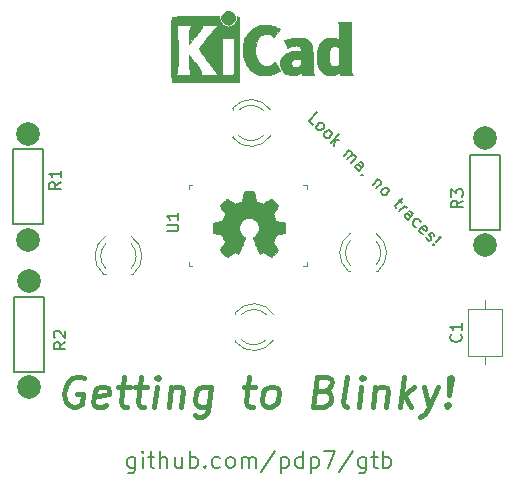
<source format=gbr>
G04 #@! TF.GenerationSoftware,KiCad,Pcbnew,(5.99.0-8045-ga69a4be853)*
G04 #@! TF.CreationDate,2021-01-01T20:51:05-08:00*
G04 #@! TF.ProjectId,gtb-6layer-no-mask,6774622d-366c-4617-9965-722d6e6f2d6d,rev?*
G04 #@! TF.SameCoordinates,Original*
G04 #@! TF.FileFunction,Legend,Top*
G04 #@! TF.FilePolarity,Positive*
%FSLAX46Y46*%
G04 Gerber Fmt 4.6, Leading zero omitted, Abs format (unit mm)*
G04 Created by KiCad (PCBNEW (5.99.0-8045-ga69a4be853)) date 2021-01-01 20:51:05*
%MOMM*%
%LPD*%
G01*
G04 APERTURE LIST*
%ADD10C,0.177800*%
%ADD11C,0.150000*%
%ADD12C,0.381000*%
%ADD13C,0.100000*%
%ADD14C,0.120000*%
%ADD15C,0.010000*%
%ADD16C,1.998980*%
G04 APERTURE END LIST*
D10*
X146309238Y-111070642D02*
X146309238Y-112201547D01*
X146242714Y-112334595D01*
X146176190Y-112401119D01*
X146043142Y-112467642D01*
X145843571Y-112467642D01*
X145710523Y-112401119D01*
X146309238Y-111935452D02*
X146176190Y-112001976D01*
X145910095Y-112001976D01*
X145777047Y-111935452D01*
X145710523Y-111868928D01*
X145644000Y-111735880D01*
X145644000Y-111336738D01*
X145710523Y-111203690D01*
X145777047Y-111137166D01*
X145910095Y-111070642D01*
X146176190Y-111070642D01*
X146309238Y-111137166D01*
X146974476Y-112001976D02*
X146974476Y-111070642D01*
X146974476Y-110604976D02*
X146907952Y-110671500D01*
X146974476Y-110738023D01*
X147041000Y-110671500D01*
X146974476Y-110604976D01*
X146974476Y-110738023D01*
X147440142Y-111070642D02*
X147972333Y-111070642D01*
X147639714Y-110604976D02*
X147639714Y-111802404D01*
X147706238Y-111935452D01*
X147839285Y-112001976D01*
X147972333Y-112001976D01*
X148438000Y-112001976D02*
X148438000Y-110604976D01*
X149036714Y-112001976D02*
X149036714Y-111270214D01*
X148970190Y-111137166D01*
X148837142Y-111070642D01*
X148637571Y-111070642D01*
X148504523Y-111137166D01*
X148438000Y-111203690D01*
X150300666Y-111070642D02*
X150300666Y-112001976D01*
X149701952Y-111070642D02*
X149701952Y-111802404D01*
X149768476Y-111935452D01*
X149901523Y-112001976D01*
X150101095Y-112001976D01*
X150234142Y-111935452D01*
X150300666Y-111868928D01*
X150965904Y-112001976D02*
X150965904Y-110604976D01*
X150965904Y-111137166D02*
X151098952Y-111070642D01*
X151365047Y-111070642D01*
X151498095Y-111137166D01*
X151564619Y-111203690D01*
X151631142Y-111336738D01*
X151631142Y-111735880D01*
X151564619Y-111868928D01*
X151498095Y-111935452D01*
X151365047Y-112001976D01*
X151098952Y-112001976D01*
X150965904Y-111935452D01*
X152229857Y-111868928D02*
X152296380Y-111935452D01*
X152229857Y-112001976D01*
X152163333Y-111935452D01*
X152229857Y-111868928D01*
X152229857Y-112001976D01*
X153493809Y-111935452D02*
X153360761Y-112001976D01*
X153094666Y-112001976D01*
X152961619Y-111935452D01*
X152895095Y-111868928D01*
X152828571Y-111735880D01*
X152828571Y-111336738D01*
X152895095Y-111203690D01*
X152961619Y-111137166D01*
X153094666Y-111070642D01*
X153360761Y-111070642D01*
X153493809Y-111137166D01*
X154292095Y-112001976D02*
X154159047Y-111935452D01*
X154092523Y-111868928D01*
X154026000Y-111735880D01*
X154026000Y-111336738D01*
X154092523Y-111203690D01*
X154159047Y-111137166D01*
X154292095Y-111070642D01*
X154491666Y-111070642D01*
X154624714Y-111137166D01*
X154691238Y-111203690D01*
X154757761Y-111336738D01*
X154757761Y-111735880D01*
X154691238Y-111868928D01*
X154624714Y-111935452D01*
X154491666Y-112001976D01*
X154292095Y-112001976D01*
X155356476Y-112001976D02*
X155356476Y-111070642D01*
X155356476Y-111203690D02*
X155423000Y-111137166D01*
X155556047Y-111070642D01*
X155755619Y-111070642D01*
X155888666Y-111137166D01*
X155955190Y-111270214D01*
X155955190Y-112001976D01*
X155955190Y-111270214D02*
X156021714Y-111137166D01*
X156154761Y-111070642D01*
X156354333Y-111070642D01*
X156487380Y-111137166D01*
X156553904Y-111270214D01*
X156553904Y-112001976D01*
X158217000Y-110538452D02*
X157019571Y-112334595D01*
X158682666Y-111070642D02*
X158682666Y-112467642D01*
X158682666Y-111137166D02*
X158815714Y-111070642D01*
X159081809Y-111070642D01*
X159214857Y-111137166D01*
X159281380Y-111203690D01*
X159347904Y-111336738D01*
X159347904Y-111735880D01*
X159281380Y-111868928D01*
X159214857Y-111935452D01*
X159081809Y-112001976D01*
X158815714Y-112001976D01*
X158682666Y-111935452D01*
X160545333Y-112001976D02*
X160545333Y-110604976D01*
X160545333Y-111935452D02*
X160412285Y-112001976D01*
X160146190Y-112001976D01*
X160013142Y-111935452D01*
X159946619Y-111868928D01*
X159880095Y-111735880D01*
X159880095Y-111336738D01*
X159946619Y-111203690D01*
X160013142Y-111137166D01*
X160146190Y-111070642D01*
X160412285Y-111070642D01*
X160545333Y-111137166D01*
X161210571Y-111070642D02*
X161210571Y-112467642D01*
X161210571Y-111137166D02*
X161343619Y-111070642D01*
X161609714Y-111070642D01*
X161742761Y-111137166D01*
X161809285Y-111203690D01*
X161875809Y-111336738D01*
X161875809Y-111735880D01*
X161809285Y-111868928D01*
X161742761Y-111935452D01*
X161609714Y-112001976D01*
X161343619Y-112001976D01*
X161210571Y-111935452D01*
X162341476Y-110604976D02*
X163272809Y-110604976D01*
X162674095Y-112001976D01*
X164802857Y-110538452D02*
X163605428Y-112334595D01*
X165867238Y-111070642D02*
X165867238Y-112201547D01*
X165800714Y-112334595D01*
X165734190Y-112401119D01*
X165601142Y-112467642D01*
X165401571Y-112467642D01*
X165268523Y-112401119D01*
X165867238Y-111935452D02*
X165734190Y-112001976D01*
X165468095Y-112001976D01*
X165335047Y-111935452D01*
X165268523Y-111868928D01*
X165202000Y-111735880D01*
X165202000Y-111336738D01*
X165268523Y-111203690D01*
X165335047Y-111137166D01*
X165468095Y-111070642D01*
X165734190Y-111070642D01*
X165867238Y-111137166D01*
X166332904Y-111070642D02*
X166865095Y-111070642D01*
X166532476Y-110604976D02*
X166532476Y-111802404D01*
X166599000Y-111935452D01*
X166732047Y-112001976D01*
X166865095Y-112001976D01*
X167330761Y-112001976D02*
X167330761Y-110604976D01*
X167330761Y-111137166D02*
X167463809Y-111070642D01*
X167729904Y-111070642D01*
X167862952Y-111137166D01*
X167929476Y-111203690D01*
X167996000Y-111336738D01*
X167996000Y-111735880D01*
X167929476Y-111868928D01*
X167862952Y-111935452D01*
X167729904Y-112001976D01*
X167463809Y-112001976D01*
X167330761Y-111935452D01*
D11*
X161381218Y-82956629D02*
X161044501Y-82619912D01*
X161751607Y-81912805D01*
X161717936Y-83293347D02*
X161684264Y-83192332D01*
X161684264Y-83124988D01*
X161717936Y-83023973D01*
X161919966Y-82821942D01*
X162020981Y-82788271D01*
X162088325Y-82788271D01*
X162189340Y-82821942D01*
X162290355Y-82922958D01*
X162324027Y-83023973D01*
X162324027Y-83091316D01*
X162290355Y-83192332D01*
X162088325Y-83394362D01*
X161987310Y-83428034D01*
X161919966Y-83428034D01*
X161818951Y-83394362D01*
X161717936Y-83293347D01*
X162357699Y-83933110D02*
X162324027Y-83832095D01*
X162324027Y-83764751D01*
X162357699Y-83663736D01*
X162559729Y-83461706D01*
X162660745Y-83428034D01*
X162728088Y-83428034D01*
X162829103Y-83461706D01*
X162930119Y-83562721D01*
X162963790Y-83663736D01*
X162963790Y-83731080D01*
X162930119Y-83832095D01*
X162728088Y-84034125D01*
X162627073Y-84067797D01*
X162559729Y-84067797D01*
X162458714Y-84034125D01*
X162357699Y-83933110D01*
X162896447Y-84471858D02*
X163603554Y-83764751D01*
X163233164Y-84269828D02*
X163165821Y-84741232D01*
X163637225Y-84269828D02*
X163098477Y-84269828D01*
X164007615Y-85583026D02*
X164479019Y-85111622D01*
X164411676Y-85178965D02*
X164479019Y-85178965D01*
X164580035Y-85212637D01*
X164681050Y-85313652D01*
X164714722Y-85414667D01*
X164681050Y-85515683D01*
X164310661Y-85886072D01*
X164681050Y-85515683D02*
X164782065Y-85482011D01*
X164883080Y-85515683D01*
X164984096Y-85616698D01*
X165017767Y-85717713D01*
X164984096Y-85818728D01*
X164613706Y-86189118D01*
X165253470Y-86828881D02*
X165623859Y-86458492D01*
X165657531Y-86357476D01*
X165623859Y-86256461D01*
X165489172Y-86121774D01*
X165388157Y-86088102D01*
X165287141Y-86795209D02*
X165186126Y-86761537D01*
X165017767Y-86593179D01*
X164984096Y-86492163D01*
X165017767Y-86391148D01*
X165085111Y-86323805D01*
X165186126Y-86290133D01*
X165287141Y-86323805D01*
X165455500Y-86492163D01*
X165556515Y-86525835D01*
X165657531Y-87165598D02*
X165623859Y-87199270D01*
X165522844Y-87232942D01*
X165455500Y-87232942D01*
X166937057Y-87569659D02*
X166465653Y-88041064D01*
X166869714Y-87637003D02*
X166937057Y-87637003D01*
X167038072Y-87670675D01*
X167139088Y-87771690D01*
X167172759Y-87872705D01*
X167139088Y-87973720D01*
X166768698Y-88344110D01*
X167206431Y-88781842D02*
X167172759Y-88680827D01*
X167172759Y-88613484D01*
X167206431Y-88512468D01*
X167408462Y-88310438D01*
X167509477Y-88276766D01*
X167576820Y-88276766D01*
X167677836Y-88310438D01*
X167778851Y-88411453D01*
X167812523Y-88512468D01*
X167812523Y-88579812D01*
X167778851Y-88680827D01*
X167576820Y-88882858D01*
X167475805Y-88916529D01*
X167408462Y-88916529D01*
X167307446Y-88882858D01*
X167206431Y-88781842D01*
X168654316Y-89286919D02*
X168923690Y-89556293D01*
X168991034Y-89152232D02*
X168384942Y-89758323D01*
X168351271Y-89859338D01*
X168384942Y-89960354D01*
X168452286Y-90027697D01*
X168687988Y-90263399D02*
X169159393Y-89791995D01*
X169024706Y-89926682D02*
X169125721Y-89893010D01*
X169193064Y-89893010D01*
X169294080Y-89926682D01*
X169361423Y-89994025D01*
X169428767Y-91004178D02*
X169799156Y-90633789D01*
X169832828Y-90532774D01*
X169799156Y-90431758D01*
X169664469Y-90297071D01*
X169563454Y-90263399D01*
X169462439Y-90970506D02*
X169361423Y-90936835D01*
X169193064Y-90768476D01*
X169159393Y-90667461D01*
X169193064Y-90566445D01*
X169260408Y-90499102D01*
X169361423Y-90465430D01*
X169462439Y-90499102D01*
X169630797Y-90667461D01*
X169731813Y-90701132D01*
X170102202Y-91610270D02*
X170001187Y-91576598D01*
X169866500Y-91441911D01*
X169832828Y-91340896D01*
X169832828Y-91273552D01*
X169866500Y-91172537D01*
X170068530Y-90970506D01*
X170169545Y-90936835D01*
X170236889Y-90936835D01*
X170337904Y-90970506D01*
X170472591Y-91105193D01*
X170506263Y-91206209D01*
X170674622Y-92182689D02*
X170573606Y-92149018D01*
X170438919Y-92014331D01*
X170405248Y-91913315D01*
X170438919Y-91812300D01*
X170708293Y-91542926D01*
X170809309Y-91509254D01*
X170910324Y-91542926D01*
X171045011Y-91677613D01*
X171078683Y-91778628D01*
X171045011Y-91879644D01*
X170977667Y-91946987D01*
X170573606Y-91677613D01*
X170977667Y-92485735D02*
X171011339Y-92586750D01*
X171146026Y-92721437D01*
X171247041Y-92755109D01*
X171348057Y-92721437D01*
X171381728Y-92687766D01*
X171415400Y-92586750D01*
X171381728Y-92485735D01*
X171280713Y-92384720D01*
X171247041Y-92283705D01*
X171280713Y-92182689D01*
X171314385Y-92149018D01*
X171415400Y-92115346D01*
X171516415Y-92149018D01*
X171617431Y-92250033D01*
X171651102Y-92351048D01*
X171617431Y-93058155D02*
X171617431Y-93125498D01*
X171550087Y-93125498D01*
X171550087Y-93058155D01*
X171617431Y-93058155D01*
X171550087Y-93125498D01*
X171819461Y-92856124D02*
X172189850Y-92418392D01*
X172257194Y-92418392D01*
X172257194Y-92485735D01*
X171819461Y-92856124D01*
X172257194Y-92418392D01*
D12*
X141974769Y-104390000D02*
X141747983Y-104269047D01*
X141385126Y-104269047D01*
X141007150Y-104390000D01*
X140735007Y-104631904D01*
X140583817Y-104873809D01*
X140402388Y-105357619D01*
X140357031Y-105720476D01*
X140417507Y-106204285D01*
X140508222Y-106446190D01*
X140719888Y-106688095D01*
X141067626Y-106809047D01*
X141309531Y-106809047D01*
X141687507Y-106688095D01*
X141823579Y-106567142D01*
X141929412Y-105720476D01*
X141445602Y-105720476D01*
X143864650Y-106688095D02*
X143607626Y-106809047D01*
X143123817Y-106809047D01*
X142897031Y-106688095D01*
X142806317Y-106446190D01*
X142927269Y-105478571D01*
X143078460Y-105236666D01*
X143335483Y-105115714D01*
X143819293Y-105115714D01*
X144046079Y-105236666D01*
X144136793Y-105478571D01*
X144106555Y-105720476D01*
X142866793Y-105962380D01*
X144907864Y-105115714D02*
X145875483Y-105115714D01*
X145376555Y-104269047D02*
X145104412Y-106446190D01*
X145195126Y-106688095D01*
X145421912Y-106809047D01*
X145663817Y-106809047D01*
X146359293Y-105115714D02*
X147326912Y-105115714D01*
X146827983Y-104269047D02*
X146555841Y-106446190D01*
X146646555Y-106688095D01*
X146873341Y-106809047D01*
X147115245Y-106809047D01*
X147961912Y-106809047D02*
X148173579Y-105115714D01*
X148279412Y-104269047D02*
X148143341Y-104390000D01*
X148249174Y-104510952D01*
X148385245Y-104390000D01*
X148279412Y-104269047D01*
X148249174Y-104510952D01*
X149383102Y-105115714D02*
X149171436Y-106809047D01*
X149352864Y-105357619D02*
X149488936Y-105236666D01*
X149745960Y-105115714D01*
X150108817Y-105115714D01*
X150335602Y-105236666D01*
X150426317Y-105478571D01*
X150260007Y-106809047D01*
X152769769Y-105115714D02*
X152512745Y-107171904D01*
X152361555Y-107413809D01*
X152225483Y-107534761D01*
X151968460Y-107655714D01*
X151605602Y-107655714D01*
X151378817Y-107534761D01*
X152573222Y-106688095D02*
X152316198Y-106809047D01*
X151832388Y-106809047D01*
X151605602Y-106688095D01*
X151499769Y-106567142D01*
X151409055Y-106325238D01*
X151499769Y-105599523D01*
X151650960Y-105357619D01*
X151787031Y-105236666D01*
X152044055Y-105115714D01*
X152527864Y-105115714D01*
X152754650Y-105236666D01*
X155551674Y-105115714D02*
X156519293Y-105115714D01*
X156020364Y-104269047D02*
X155748222Y-106446190D01*
X155838936Y-106688095D01*
X156065722Y-106809047D01*
X156307626Y-106809047D01*
X157517150Y-106809047D02*
X157290364Y-106688095D01*
X157184531Y-106567142D01*
X157093817Y-106325238D01*
X157184531Y-105599523D01*
X157335722Y-105357619D01*
X157471793Y-105236666D01*
X157728817Y-105115714D01*
X158091674Y-105115714D01*
X158318460Y-105236666D01*
X158424293Y-105357619D01*
X158515007Y-105599523D01*
X158424293Y-106325238D01*
X158273102Y-106567142D01*
X158137031Y-106688095D01*
X157880007Y-106809047D01*
X157517150Y-106809047D01*
X162400602Y-105478571D02*
X162748341Y-105599523D01*
X162854174Y-105720476D01*
X162944888Y-105962380D01*
X162899531Y-106325238D01*
X162748341Y-106567142D01*
X162612269Y-106688095D01*
X162355245Y-106809047D01*
X161387626Y-106809047D01*
X161705126Y-104269047D01*
X162551793Y-104269047D01*
X162778579Y-104390000D01*
X162884412Y-104510952D01*
X162975126Y-104752857D01*
X162944888Y-104994761D01*
X162793698Y-105236666D01*
X162657626Y-105357619D01*
X162400602Y-105478571D01*
X161553936Y-105478571D01*
X164290483Y-106809047D02*
X164063698Y-106688095D01*
X163972983Y-106446190D01*
X164245126Y-104269047D01*
X165258102Y-106809047D02*
X165469769Y-105115714D01*
X165575602Y-104269047D02*
X165439531Y-104390000D01*
X165545364Y-104510952D01*
X165681436Y-104390000D01*
X165575602Y-104269047D01*
X165545364Y-104510952D01*
X166679293Y-105115714D02*
X166467626Y-106809047D01*
X166649055Y-105357619D02*
X166785126Y-105236666D01*
X167042150Y-105115714D01*
X167405007Y-105115714D01*
X167631793Y-105236666D01*
X167722507Y-105478571D01*
X167556198Y-106809047D01*
X168765722Y-106809047D02*
X169083222Y-104269047D01*
X169128579Y-105841428D02*
X169733341Y-106809047D01*
X169945007Y-105115714D02*
X168856436Y-106083333D01*
X170791674Y-105115714D02*
X171184769Y-106809047D01*
X172001198Y-105115714D02*
X171184769Y-106809047D01*
X170867269Y-107413809D01*
X170731198Y-107534761D01*
X170474174Y-107655714D01*
X172787388Y-106567142D02*
X172893222Y-106688095D01*
X172757150Y-106809047D01*
X172651317Y-106688095D01*
X172787388Y-106567142D01*
X172757150Y-106809047D01*
X172878102Y-105841428D02*
X172938579Y-104390000D01*
X173074650Y-104269047D01*
X173180483Y-104390000D01*
X172878102Y-105841428D01*
X173074650Y-104269047D01*
D11*
X149002380Y-91981904D02*
X149811904Y-91981904D01*
X149907142Y-91934285D01*
X149954761Y-91886666D01*
X150002380Y-91791428D01*
X150002380Y-91600952D01*
X149954761Y-91505714D01*
X149907142Y-91458095D01*
X149811904Y-91410476D01*
X149002380Y-91410476D01*
X150002380Y-90410476D02*
X150002380Y-90981904D01*
X150002380Y-90696190D02*
X149002380Y-90696190D01*
X149145238Y-90791428D01*
X149240476Y-90886666D01*
X149288095Y-90981904D01*
X174092380Y-89366666D02*
X173616190Y-89700000D01*
X174092380Y-89938095D02*
X173092380Y-89938095D01*
X173092380Y-89557142D01*
X173140000Y-89461904D01*
X173187619Y-89414285D01*
X173282857Y-89366666D01*
X173425714Y-89366666D01*
X173520952Y-89414285D01*
X173568571Y-89461904D01*
X173616190Y-89557142D01*
X173616190Y-89938095D01*
X173092380Y-89033333D02*
X173092380Y-88414285D01*
X173473333Y-88747619D01*
X173473333Y-88604761D01*
X173520952Y-88509523D01*
X173568571Y-88461904D01*
X173663809Y-88414285D01*
X173901904Y-88414285D01*
X173997142Y-88461904D01*
X174044761Y-88509523D01*
X174092380Y-88604761D01*
X174092380Y-88890476D01*
X174044761Y-88985714D01*
X173997142Y-89033333D01*
X140442380Y-101346666D02*
X139966190Y-101680000D01*
X140442380Y-101918095D02*
X139442380Y-101918095D01*
X139442380Y-101537142D01*
X139490000Y-101441904D01*
X139537619Y-101394285D01*
X139632857Y-101346666D01*
X139775714Y-101346666D01*
X139870952Y-101394285D01*
X139918571Y-101441904D01*
X139966190Y-101537142D01*
X139966190Y-101918095D01*
X139537619Y-100965714D02*
X139490000Y-100918095D01*
X139442380Y-100822857D01*
X139442380Y-100584761D01*
X139490000Y-100489523D01*
X139537619Y-100441904D01*
X139632857Y-100394285D01*
X139728095Y-100394285D01*
X139870952Y-100441904D01*
X140442380Y-101013333D01*
X140442380Y-100394285D01*
X140032380Y-87796666D02*
X139556190Y-88130000D01*
X140032380Y-88368095D02*
X139032380Y-88368095D01*
X139032380Y-87987142D01*
X139080000Y-87891904D01*
X139127619Y-87844285D01*
X139222857Y-87796666D01*
X139365714Y-87796666D01*
X139460952Y-87844285D01*
X139508571Y-87891904D01*
X139556190Y-87987142D01*
X139556190Y-88368095D01*
X140032380Y-86844285D02*
X140032380Y-87415714D01*
X140032380Y-87130000D02*
X139032380Y-87130000D01*
X139175238Y-87225238D01*
X139270476Y-87320476D01*
X139318095Y-87415714D01*
X173897142Y-100706666D02*
X173944761Y-100754285D01*
X173992380Y-100897142D01*
X173992380Y-100992380D01*
X173944761Y-101135238D01*
X173849523Y-101230476D01*
X173754285Y-101278095D01*
X173563809Y-101325714D01*
X173420952Y-101325714D01*
X173230476Y-101278095D01*
X173135238Y-101230476D01*
X173040000Y-101135238D01*
X172992380Y-100992380D01*
X172992380Y-100897142D01*
X173040000Y-100754285D01*
X173087619Y-100706666D01*
X173992380Y-99754285D02*
X173992380Y-100325714D01*
X173992380Y-100040000D02*
X172992380Y-100040000D01*
X173135238Y-100135238D01*
X173230476Y-100230476D01*
X173278095Y-100325714D01*
D13*
X160870000Y-94870000D02*
X160870000Y-94570000D01*
X160870000Y-88070000D02*
X160870000Y-88370000D01*
X151170000Y-88070000D02*
X150870000Y-88070000D01*
X150870000Y-94870000D02*
X150870000Y-94570000D01*
X150870000Y-88070000D02*
X150870000Y-88370000D01*
X160570000Y-94870000D02*
X160870000Y-94870000D01*
X160570000Y-88070000D02*
X160870000Y-88070000D01*
X151170000Y-94870000D02*
X150870000Y-94870000D01*
D11*
X174670000Y-91830000D02*
X174670000Y-85480000D01*
X177210000Y-85480000D02*
X177210000Y-91830000D01*
X174670000Y-85480000D02*
X177210000Y-85480000D01*
X177210000Y-91830000D02*
X174670000Y-91830000D01*
X138610000Y-97550000D02*
X138610000Y-103900000D01*
X136070000Y-97550000D02*
X138610000Y-97550000D01*
X136070000Y-103900000D02*
X136070000Y-97550000D01*
X138610000Y-103900000D02*
X136070000Y-103900000D01*
X138550000Y-91350000D02*
X136010000Y-91350000D01*
X136010000Y-85000000D02*
X138550000Y-85000000D01*
X136010000Y-91350000D02*
X136010000Y-85000000D01*
X138550000Y-85000000D02*
X138550000Y-91350000D01*
D14*
X146000000Y-95630000D02*
X146156000Y-95630000D01*
X143684000Y-95630000D02*
X143840000Y-95630000D01*
X143841392Y-92397665D02*
G75*
G03*
X143684484Y-95630000I1078608J-1672335D01*
G01*
X145999837Y-93028870D02*
G75*
G02*
X146000000Y-95110961I-1079837J-1041130D01*
G01*
X143840163Y-93028870D02*
G75*
G03*
X143840000Y-95110961I1079837J-1041130D01*
G01*
X145998608Y-92397665D02*
G75*
G02*
X146155516Y-95630000I-1078608J-1672335D01*
G01*
X175960000Y-103250000D02*
X175960000Y-102560000D01*
X175960000Y-97830000D02*
X175960000Y-98520000D01*
X174540000Y-102560000D02*
X177380000Y-102560000D01*
X177380000Y-98520000D02*
X174540000Y-98520000D01*
X177380000Y-102560000D02*
X177380000Y-98520000D01*
X174540000Y-98520000D02*
X174540000Y-102560000D01*
D15*
X156119878Y-88597776D02*
X156225612Y-88598355D01*
X156225612Y-88598355D02*
X156302132Y-88599922D01*
X156302132Y-88599922D02*
X156354372Y-88602972D01*
X156354372Y-88602972D02*
X156387263Y-88607996D01*
X156387263Y-88607996D02*
X156405737Y-88615489D01*
X156405737Y-88615489D02*
X156414727Y-88625944D01*
X156414727Y-88625944D02*
X156419163Y-88639853D01*
X156419163Y-88639853D02*
X156419594Y-88641654D01*
X156419594Y-88641654D02*
X156426333Y-88674145D01*
X156426333Y-88674145D02*
X156438808Y-88738252D01*
X156438808Y-88738252D02*
X156455719Y-88827151D01*
X156455719Y-88827151D02*
X156475771Y-88934019D01*
X156475771Y-88934019D02*
X156497664Y-89052033D01*
X156497664Y-89052033D02*
X156498429Y-89056178D01*
X156498429Y-89056178D02*
X156520359Y-89171831D01*
X156520359Y-89171831D02*
X156540877Y-89274014D01*
X156540877Y-89274014D02*
X156558659Y-89356598D01*
X156558659Y-89356598D02*
X156572381Y-89413456D01*
X156572381Y-89413456D02*
X156580718Y-89438458D01*
X156580718Y-89438458D02*
X156581116Y-89438901D01*
X156581116Y-89438901D02*
X156605677Y-89451110D01*
X156605677Y-89451110D02*
X156656315Y-89471456D01*
X156656315Y-89471456D02*
X156722095Y-89495545D01*
X156722095Y-89495545D02*
X156722461Y-89495674D01*
X156722461Y-89495674D02*
X156805317Y-89526818D01*
X156805317Y-89526818D02*
X156903000Y-89566491D01*
X156903000Y-89566491D02*
X156995077Y-89606381D01*
X156995077Y-89606381D02*
X156999434Y-89608353D01*
X156999434Y-89608353D02*
X157149407Y-89676420D01*
X157149407Y-89676420D02*
X157481498Y-89449639D01*
X157481498Y-89449639D02*
X157583374Y-89380504D01*
X157583374Y-89380504D02*
X157675657Y-89318697D01*
X157675657Y-89318697D02*
X157753003Y-89267733D01*
X157753003Y-89267733D02*
X157810064Y-89231127D01*
X157810064Y-89231127D02*
X157841495Y-89212394D01*
X157841495Y-89212394D02*
X157844479Y-89211004D01*
X157844479Y-89211004D02*
X157867321Y-89217190D01*
X157867321Y-89217190D02*
X157909982Y-89247035D01*
X157909982Y-89247035D02*
X157974128Y-89301947D01*
X157974128Y-89301947D02*
X158061421Y-89383334D01*
X158061421Y-89383334D02*
X158150535Y-89469922D01*
X158150535Y-89469922D02*
X158236441Y-89555247D01*
X158236441Y-89555247D02*
X158313327Y-89633108D01*
X158313327Y-89633108D02*
X158376564Y-89698697D01*
X158376564Y-89698697D02*
X158421523Y-89747205D01*
X158421523Y-89747205D02*
X158443576Y-89773825D01*
X158443576Y-89773825D02*
X158444396Y-89775195D01*
X158444396Y-89775195D02*
X158446834Y-89793463D01*
X158446834Y-89793463D02*
X158437650Y-89823295D01*
X158437650Y-89823295D02*
X158414574Y-89868721D01*
X158414574Y-89868721D02*
X158375337Y-89933770D01*
X158375337Y-89933770D02*
X158317670Y-90022470D01*
X158317670Y-90022470D02*
X158240795Y-90136657D01*
X158240795Y-90136657D02*
X158172570Y-90237162D01*
X158172570Y-90237162D02*
X158111582Y-90327303D01*
X158111582Y-90327303D02*
X158061356Y-90401849D01*
X158061356Y-90401849D02*
X158025416Y-90455565D01*
X158025416Y-90455565D02*
X158007287Y-90483218D01*
X158007287Y-90483218D02*
X158006146Y-90485095D01*
X158006146Y-90485095D02*
X158008359Y-90511590D01*
X158008359Y-90511590D02*
X158025138Y-90563086D01*
X158025138Y-90563086D02*
X158053142Y-90629851D01*
X158053142Y-90629851D02*
X158063122Y-90651172D01*
X158063122Y-90651172D02*
X158106672Y-90746159D01*
X158106672Y-90746159D02*
X158153134Y-90853937D01*
X158153134Y-90853937D02*
X158190877Y-90947192D01*
X158190877Y-90947192D02*
X158218073Y-91016406D01*
X158218073Y-91016406D02*
X158239675Y-91069006D01*
X158239675Y-91069006D02*
X158252158Y-91096497D01*
X158252158Y-91096497D02*
X158253709Y-91098616D01*
X158253709Y-91098616D02*
X158276668Y-91102124D01*
X158276668Y-91102124D02*
X158330786Y-91111738D01*
X158330786Y-91111738D02*
X158408868Y-91126089D01*
X158408868Y-91126089D02*
X158503719Y-91143807D01*
X158503719Y-91143807D02*
X158608143Y-91163525D01*
X158608143Y-91163525D02*
X158714944Y-91183874D01*
X158714944Y-91183874D02*
X158816926Y-91203486D01*
X158816926Y-91203486D02*
X158906894Y-91220991D01*
X158906894Y-91220991D02*
X158977653Y-91235022D01*
X158977653Y-91235022D02*
X159022006Y-91244209D01*
X159022006Y-91244209D02*
X159032885Y-91246807D01*
X159032885Y-91246807D02*
X159044122Y-91253218D01*
X159044122Y-91253218D02*
X159052605Y-91267697D01*
X159052605Y-91267697D02*
X159058714Y-91295133D01*
X159058714Y-91295133D02*
X159062832Y-91340411D01*
X159062832Y-91340411D02*
X159065341Y-91408420D01*
X159065341Y-91408420D02*
X159066621Y-91504047D01*
X159066621Y-91504047D02*
X159067054Y-91632180D01*
X159067054Y-91632180D02*
X159067077Y-91684701D01*
X159067077Y-91684701D02*
X159067077Y-92111845D01*
X159067077Y-92111845D02*
X158964500Y-92132091D01*
X158964500Y-92132091D02*
X158907431Y-92143070D01*
X158907431Y-92143070D02*
X158822269Y-92159095D01*
X158822269Y-92159095D02*
X158719372Y-92178233D01*
X158719372Y-92178233D02*
X158609096Y-92198551D01*
X158609096Y-92198551D02*
X158578615Y-92204132D01*
X158578615Y-92204132D02*
X158476855Y-92223917D01*
X158476855Y-92223917D02*
X158388205Y-92243373D01*
X158388205Y-92243373D02*
X158320108Y-92260697D01*
X158320108Y-92260697D02*
X158280004Y-92274088D01*
X158280004Y-92274088D02*
X158273323Y-92278079D01*
X158273323Y-92278079D02*
X158256919Y-92306342D01*
X158256919Y-92306342D02*
X158233399Y-92361109D01*
X158233399Y-92361109D02*
X158207316Y-92431588D01*
X158207316Y-92431588D02*
X158202142Y-92446769D01*
X158202142Y-92446769D02*
X158167956Y-92540896D01*
X158167956Y-92540896D02*
X158125523Y-92647101D01*
X158125523Y-92647101D02*
X158083997Y-92742473D01*
X158083997Y-92742473D02*
X158083792Y-92742916D01*
X158083792Y-92742916D02*
X158014640Y-92892525D01*
X158014640Y-92892525D02*
X158469512Y-93561617D01*
X158469512Y-93561617D02*
X158177500Y-93854116D01*
X158177500Y-93854116D02*
X158089180Y-93941170D01*
X158089180Y-93941170D02*
X158008625Y-94017909D01*
X158008625Y-94017909D02*
X157940360Y-94080237D01*
X157940360Y-94080237D02*
X157888908Y-94124056D01*
X157888908Y-94124056D02*
X157858794Y-94145270D01*
X157858794Y-94145270D02*
X157854474Y-94146616D01*
X157854474Y-94146616D02*
X157829111Y-94136016D01*
X157829111Y-94136016D02*
X157777358Y-94106547D01*
X157777358Y-94106547D02*
X157704868Y-94061705D01*
X157704868Y-94061705D02*
X157617294Y-94004984D01*
X157617294Y-94004984D02*
X157522612Y-93941462D01*
X157522612Y-93941462D02*
X157426516Y-93876668D01*
X157426516Y-93876668D02*
X157340837Y-93820287D01*
X157340837Y-93820287D02*
X157271016Y-93775788D01*
X157271016Y-93775788D02*
X157222494Y-93746639D01*
X157222494Y-93746639D02*
X157200782Y-93736308D01*
X157200782Y-93736308D02*
X157174293Y-93745050D01*
X157174293Y-93745050D02*
X157124062Y-93768087D01*
X157124062Y-93768087D02*
X157060451Y-93800631D01*
X157060451Y-93800631D02*
X157053708Y-93804249D01*
X157053708Y-93804249D02*
X156968046Y-93847210D01*
X156968046Y-93847210D02*
X156909306Y-93868279D01*
X156909306Y-93868279D02*
X156872772Y-93868503D01*
X156872772Y-93868503D02*
X156853731Y-93848928D01*
X156853731Y-93848928D02*
X156853620Y-93848654D01*
X156853620Y-93848654D02*
X156844102Y-93825472D01*
X156844102Y-93825472D02*
X156821403Y-93770441D01*
X156821403Y-93770441D02*
X156787282Y-93687822D01*
X156787282Y-93687822D02*
X156743500Y-93581872D01*
X156743500Y-93581872D02*
X156691816Y-93456852D01*
X156691816Y-93456852D02*
X156633992Y-93317020D01*
X156633992Y-93317020D02*
X156577991Y-93181637D01*
X156577991Y-93181637D02*
X156516447Y-93032234D01*
X156516447Y-93032234D02*
X156459939Y-92893832D01*
X156459939Y-92893832D02*
X156410161Y-92770673D01*
X156410161Y-92770673D02*
X156368806Y-92667002D01*
X156368806Y-92667002D02*
X156337568Y-92587059D01*
X156337568Y-92587059D02*
X156318141Y-92535088D01*
X156318141Y-92535088D02*
X156312154Y-92515692D01*
X156312154Y-92515692D02*
X156327168Y-92493443D01*
X156327168Y-92493443D02*
X156366439Y-92457982D01*
X156366439Y-92457982D02*
X156418807Y-92418887D01*
X156418807Y-92418887D02*
X156567941Y-92295245D01*
X156567941Y-92295245D02*
X156684511Y-92153522D01*
X156684511Y-92153522D02*
X156767118Y-91996704D01*
X156767118Y-91996704D02*
X156814366Y-91827775D01*
X156814366Y-91827775D02*
X156824857Y-91649722D01*
X156824857Y-91649722D02*
X156817231Y-91567539D01*
X156817231Y-91567539D02*
X156775682Y-91397031D01*
X156775682Y-91397031D02*
X156704123Y-91246459D01*
X156704123Y-91246459D02*
X156606995Y-91117309D01*
X156606995Y-91117309D02*
X156488734Y-91011064D01*
X156488734Y-91011064D02*
X156353780Y-90929210D01*
X156353780Y-90929210D02*
X156206571Y-90873232D01*
X156206571Y-90873232D02*
X156051544Y-90844615D01*
X156051544Y-90844615D02*
X155893139Y-90844844D01*
X155893139Y-90844844D02*
X155735794Y-90875405D01*
X155735794Y-90875405D02*
X155583946Y-90937782D01*
X155583946Y-90937782D02*
X155442035Y-91033460D01*
X155442035Y-91033460D02*
X155382803Y-91087572D01*
X155382803Y-91087572D02*
X155269203Y-91226520D01*
X155269203Y-91226520D02*
X155190106Y-91378361D01*
X155190106Y-91378361D02*
X155144986Y-91538667D01*
X155144986Y-91538667D02*
X155133316Y-91703012D01*
X155133316Y-91703012D02*
X155154569Y-91866971D01*
X155154569Y-91866971D02*
X155208220Y-92026118D01*
X155208220Y-92026118D02*
X155293740Y-92176025D01*
X155293740Y-92176025D02*
X155410605Y-92312267D01*
X155410605Y-92312267D02*
X155541193Y-92418887D01*
X155541193Y-92418887D02*
X155595588Y-92459642D01*
X155595588Y-92459642D02*
X155634014Y-92494718D01*
X155634014Y-92494718D02*
X155647846Y-92515726D01*
X155647846Y-92515726D02*
X155640603Y-92538635D01*
X155640603Y-92538635D02*
X155620005Y-92593365D01*
X155620005Y-92593365D02*
X155587746Y-92675672D01*
X155587746Y-92675672D02*
X155545521Y-92781315D01*
X155545521Y-92781315D02*
X155495023Y-92906050D01*
X155495023Y-92906050D02*
X155437948Y-93045636D01*
X155437948Y-93045636D02*
X155381854Y-93181670D01*
X155381854Y-93181670D02*
X155319967Y-93331201D01*
X155319967Y-93331201D02*
X155262644Y-93469767D01*
X155262644Y-93469767D02*
X155211644Y-93593107D01*
X155211644Y-93593107D02*
X155168727Y-93696964D01*
X155168727Y-93696964D02*
X155135653Y-93777080D01*
X155135653Y-93777080D02*
X155114181Y-93829195D01*
X155114181Y-93829195D02*
X155106225Y-93848654D01*
X155106225Y-93848654D02*
X155087429Y-93868423D01*
X155087429Y-93868423D02*
X155051074Y-93868365D01*
X155051074Y-93868365D02*
X154992479Y-93847441D01*
X154992479Y-93847441D02*
X154906968Y-93804613D01*
X154906968Y-93804613D02*
X154906292Y-93804249D01*
X154906292Y-93804249D02*
X154841907Y-93771012D01*
X154841907Y-93771012D02*
X154789861Y-93746802D01*
X154789861Y-93746802D02*
X154760512Y-93736404D01*
X154760512Y-93736404D02*
X154759217Y-93736308D01*
X154759217Y-93736308D02*
X154737124Y-93746855D01*
X154737124Y-93746855D02*
X154688348Y-93776184D01*
X154688348Y-93776184D02*
X154618331Y-93820827D01*
X154618331Y-93820827D02*
X154532514Y-93877314D01*
X154532514Y-93877314D02*
X154437388Y-93941462D01*
X154437388Y-93941462D02*
X154340540Y-94006411D01*
X154340540Y-94006411D02*
X154253253Y-94062896D01*
X154253253Y-94062896D02*
X154181181Y-94107421D01*
X154181181Y-94107421D02*
X154129977Y-94136490D01*
X154129977Y-94136490D02*
X154105526Y-94146616D01*
X154105526Y-94146616D02*
X154083010Y-94133307D01*
X154083010Y-94133307D02*
X154037742Y-94096112D01*
X154037742Y-94096112D02*
X153974244Y-94039128D01*
X153974244Y-94039128D02*
X153897039Y-93966449D01*
X153897039Y-93966449D02*
X153810651Y-93882171D01*
X153810651Y-93882171D02*
X153782399Y-93854016D01*
X153782399Y-93854016D02*
X153490287Y-93561416D01*
X153490287Y-93561416D02*
X153712631Y-93235104D01*
X153712631Y-93235104D02*
X153780202Y-93134897D01*
X153780202Y-93134897D02*
X153839507Y-93044963D01*
X153839507Y-93044963D02*
X153887217Y-92970510D01*
X153887217Y-92970510D02*
X153920007Y-92916751D01*
X153920007Y-92916751D02*
X153934548Y-92888894D01*
X153934548Y-92888894D02*
X153934974Y-92886912D01*
X153934974Y-92886912D02*
X153927308Y-92860655D01*
X153927308Y-92860655D02*
X153906689Y-92807837D01*
X153906689Y-92807837D02*
X153876685Y-92737310D01*
X153876685Y-92737310D02*
X153855625Y-92690093D01*
X153855625Y-92690093D02*
X153816248Y-92599694D01*
X153816248Y-92599694D02*
X153779165Y-92508366D01*
X153779165Y-92508366D02*
X153750415Y-92431200D01*
X153750415Y-92431200D02*
X153742605Y-92407692D01*
X153742605Y-92407692D02*
X153720417Y-92344916D01*
X153720417Y-92344916D02*
X153698727Y-92296411D01*
X153698727Y-92296411D02*
X153686813Y-92278079D01*
X153686813Y-92278079D02*
X153660523Y-92266859D01*
X153660523Y-92266859D02*
X153603142Y-92250954D01*
X153603142Y-92250954D02*
X153522118Y-92232167D01*
X153522118Y-92232167D02*
X153424895Y-92212299D01*
X153424895Y-92212299D02*
X153381385Y-92204132D01*
X153381385Y-92204132D02*
X153270896Y-92183829D01*
X153270896Y-92183829D02*
X153164916Y-92164170D01*
X153164916Y-92164170D02*
X153073801Y-92147088D01*
X153073801Y-92147088D02*
X153007908Y-92134518D01*
X153007908Y-92134518D02*
X152995500Y-92132091D01*
X152995500Y-92132091D02*
X152892923Y-92111845D01*
X152892923Y-92111845D02*
X152892923Y-91684701D01*
X152892923Y-91684701D02*
X152893153Y-91544246D01*
X152893153Y-91544246D02*
X152894099Y-91437979D01*
X152894099Y-91437979D02*
X152896141Y-91361013D01*
X152896141Y-91361013D02*
X152899662Y-91308460D01*
X152899662Y-91308460D02*
X152905043Y-91275433D01*
X152905043Y-91275433D02*
X152912666Y-91257045D01*
X152912666Y-91257045D02*
X152922912Y-91248408D01*
X152922912Y-91248408D02*
X152927115Y-91246807D01*
X152927115Y-91246807D02*
X152952470Y-91241127D01*
X152952470Y-91241127D02*
X153008484Y-91229795D01*
X153008484Y-91229795D02*
X153087964Y-91214179D01*
X153087964Y-91214179D02*
X153183712Y-91195647D01*
X153183712Y-91195647D02*
X153288533Y-91175569D01*
X153288533Y-91175569D02*
X153395232Y-91155312D01*
X153395232Y-91155312D02*
X153496613Y-91136246D01*
X153496613Y-91136246D02*
X153585479Y-91119739D01*
X153585479Y-91119739D02*
X153654637Y-91107159D01*
X153654637Y-91107159D02*
X153696889Y-91099875D01*
X153696889Y-91099875D02*
X153706290Y-91098616D01*
X153706290Y-91098616D02*
X153714807Y-91081763D01*
X153714807Y-91081763D02*
X153733660Y-91036870D01*
X153733660Y-91036870D02*
X153759324Y-90972430D01*
X153759324Y-90972430D02*
X153769123Y-90947192D01*
X153769123Y-90947192D02*
X153808648Y-90849686D01*
X153808648Y-90849686D02*
X153855192Y-90741959D01*
X153855192Y-90741959D02*
X153896877Y-90651172D01*
X153896877Y-90651172D02*
X153927550Y-90581753D01*
X153927550Y-90581753D02*
X153947956Y-90524710D01*
X153947956Y-90524710D02*
X153954768Y-90489777D01*
X153954768Y-90489777D02*
X153953682Y-90485095D01*
X153953682Y-90485095D02*
X153939285Y-90462991D01*
X153939285Y-90462991D02*
X153906412Y-90413831D01*
X153906412Y-90413831D02*
X153858590Y-90342848D01*
X153858590Y-90342848D02*
X153799348Y-90255278D01*
X153799348Y-90255278D02*
X153732215Y-90156357D01*
X153732215Y-90156357D02*
X153718941Y-90136830D01*
X153718941Y-90136830D02*
X153641046Y-90021140D01*
X153641046Y-90021140D02*
X153583787Y-89933044D01*
X153583787Y-89933044D02*
X153544881Y-89868486D01*
X153544881Y-89868486D02*
X153522044Y-89823411D01*
X153522044Y-89823411D02*
X153512994Y-89793763D01*
X153512994Y-89793763D02*
X153515448Y-89775485D01*
X153515448Y-89775485D02*
X153515511Y-89775369D01*
X153515511Y-89775369D02*
X153534827Y-89751361D01*
X153534827Y-89751361D02*
X153577551Y-89704947D01*
X153577551Y-89704947D02*
X153639051Y-89640937D01*
X153639051Y-89640937D02*
X153714698Y-89564145D01*
X153714698Y-89564145D02*
X153799861Y-89479382D01*
X153799861Y-89479382D02*
X153809465Y-89469922D01*
X153809465Y-89469922D02*
X153916790Y-89365989D01*
X153916790Y-89365989D02*
X153999615Y-89289675D01*
X153999615Y-89289675D02*
X154059605Y-89239571D01*
X154059605Y-89239571D02*
X154098423Y-89214270D01*
X154098423Y-89214270D02*
X154115520Y-89211004D01*
X154115520Y-89211004D02*
X154140473Y-89225250D01*
X154140473Y-89225250D02*
X154192255Y-89258156D01*
X154192255Y-89258156D02*
X154265520Y-89306208D01*
X154265520Y-89306208D02*
X154354920Y-89365890D01*
X154354920Y-89365890D02*
X154455111Y-89433688D01*
X154455111Y-89433688D02*
X154478501Y-89449639D01*
X154478501Y-89449639D02*
X154810593Y-89676420D01*
X154810593Y-89676420D02*
X154960565Y-89608353D01*
X154960565Y-89608353D02*
X155051770Y-89568685D01*
X155051770Y-89568685D02*
X155149669Y-89528791D01*
X155149669Y-89528791D02*
X155233831Y-89496983D01*
X155233831Y-89496983D02*
X155237538Y-89495674D01*
X155237538Y-89495674D02*
X155303369Y-89471576D01*
X155303369Y-89471576D02*
X155354116Y-89451200D01*
X155354116Y-89451200D02*
X155378842Y-89438936D01*
X155378842Y-89438936D02*
X155378884Y-89438901D01*
X155378884Y-89438901D02*
X155386729Y-89416734D01*
X155386729Y-89416734D02*
X155400066Y-89362217D01*
X155400066Y-89362217D02*
X155417570Y-89281480D01*
X155417570Y-89281480D02*
X155437917Y-89180650D01*
X155437917Y-89180650D02*
X155459782Y-89065856D01*
X155459782Y-89065856D02*
X155461571Y-89056178D01*
X155461571Y-89056178D02*
X155483504Y-88937904D01*
X155483504Y-88937904D02*
X155503640Y-88830542D01*
X155503640Y-88830542D02*
X155520680Y-88740917D01*
X155520680Y-88740917D02*
X155533328Y-88675851D01*
X155533328Y-88675851D02*
X155540284Y-88642168D01*
X155540284Y-88642168D02*
X155540406Y-88641654D01*
X155540406Y-88641654D02*
X155544639Y-88627325D01*
X155544639Y-88627325D02*
X155552871Y-88616507D01*
X155552871Y-88616507D02*
X155570033Y-88608706D01*
X155570033Y-88608706D02*
X155601058Y-88603429D01*
X155601058Y-88603429D02*
X155650878Y-88600182D01*
X155650878Y-88600182D02*
X155724424Y-88598472D01*
X155724424Y-88598472D02*
X155826629Y-88597807D01*
X155826629Y-88597807D02*
X155962425Y-88597693D01*
X155962425Y-88597693D02*
X155980000Y-88597692D01*
X155980000Y-88597692D02*
X156119878Y-88597776D01*
X156119878Y-88597776D02*
X156119878Y-88597776D01*
G36*
X156119878Y-88597776D02*
G01*
X156225612Y-88598355D01*
X156302132Y-88599922D01*
X156354372Y-88602972D01*
X156387263Y-88607996D01*
X156405737Y-88615489D01*
X156414727Y-88625944D01*
X156419163Y-88639853D01*
X156419594Y-88641654D01*
X156426333Y-88674145D01*
X156438808Y-88738252D01*
X156455719Y-88827151D01*
X156475771Y-88934019D01*
X156497664Y-89052033D01*
X156498429Y-89056178D01*
X156520359Y-89171831D01*
X156540877Y-89274014D01*
X156558659Y-89356598D01*
X156572381Y-89413456D01*
X156580718Y-89438458D01*
X156581116Y-89438901D01*
X156605677Y-89451110D01*
X156656315Y-89471456D01*
X156722095Y-89495545D01*
X156722461Y-89495674D01*
X156805317Y-89526818D01*
X156903000Y-89566491D01*
X156995077Y-89606381D01*
X156999434Y-89608353D01*
X157149407Y-89676420D01*
X157481498Y-89449639D01*
X157583374Y-89380504D01*
X157675657Y-89318697D01*
X157753003Y-89267733D01*
X157810064Y-89231127D01*
X157841495Y-89212394D01*
X157844479Y-89211004D01*
X157867321Y-89217190D01*
X157909982Y-89247035D01*
X157974128Y-89301947D01*
X158061421Y-89383334D01*
X158150535Y-89469922D01*
X158236441Y-89555247D01*
X158313327Y-89633108D01*
X158376564Y-89698697D01*
X158421523Y-89747205D01*
X158443576Y-89773825D01*
X158444396Y-89775195D01*
X158446834Y-89793463D01*
X158437650Y-89823295D01*
X158414574Y-89868721D01*
X158375337Y-89933770D01*
X158317670Y-90022470D01*
X158240795Y-90136657D01*
X158172570Y-90237162D01*
X158111582Y-90327303D01*
X158061356Y-90401849D01*
X158025416Y-90455565D01*
X158007287Y-90483218D01*
X158006146Y-90485095D01*
X158008359Y-90511590D01*
X158025138Y-90563086D01*
X158053142Y-90629851D01*
X158063122Y-90651172D01*
X158106672Y-90746159D01*
X158153134Y-90853937D01*
X158190877Y-90947192D01*
X158218073Y-91016406D01*
X158239675Y-91069006D01*
X158252158Y-91096497D01*
X158253709Y-91098616D01*
X158276668Y-91102124D01*
X158330786Y-91111738D01*
X158408868Y-91126089D01*
X158503719Y-91143807D01*
X158608143Y-91163525D01*
X158714944Y-91183874D01*
X158816926Y-91203486D01*
X158906894Y-91220991D01*
X158977653Y-91235022D01*
X159022006Y-91244209D01*
X159032885Y-91246807D01*
X159044122Y-91253218D01*
X159052605Y-91267697D01*
X159058714Y-91295133D01*
X159062832Y-91340411D01*
X159065341Y-91408420D01*
X159066621Y-91504047D01*
X159067054Y-91632180D01*
X159067077Y-91684701D01*
X159067077Y-92111845D01*
X158964500Y-92132091D01*
X158907431Y-92143070D01*
X158822269Y-92159095D01*
X158719372Y-92178233D01*
X158609096Y-92198551D01*
X158578615Y-92204132D01*
X158476855Y-92223917D01*
X158388205Y-92243373D01*
X158320108Y-92260697D01*
X158280004Y-92274088D01*
X158273323Y-92278079D01*
X158256919Y-92306342D01*
X158233399Y-92361109D01*
X158207316Y-92431588D01*
X158202142Y-92446769D01*
X158167956Y-92540896D01*
X158125523Y-92647101D01*
X158083997Y-92742473D01*
X158083792Y-92742916D01*
X158014640Y-92892525D01*
X158469512Y-93561617D01*
X158177500Y-93854116D01*
X158089180Y-93941170D01*
X158008625Y-94017909D01*
X157940360Y-94080237D01*
X157888908Y-94124056D01*
X157858794Y-94145270D01*
X157854474Y-94146616D01*
X157829111Y-94136016D01*
X157777358Y-94106547D01*
X157704868Y-94061705D01*
X157617294Y-94004984D01*
X157522612Y-93941462D01*
X157426516Y-93876668D01*
X157340837Y-93820287D01*
X157271016Y-93775788D01*
X157222494Y-93746639D01*
X157200782Y-93736308D01*
X157174293Y-93745050D01*
X157124062Y-93768087D01*
X157060451Y-93800631D01*
X157053708Y-93804249D01*
X156968046Y-93847210D01*
X156909306Y-93868279D01*
X156872772Y-93868503D01*
X156853731Y-93848928D01*
X156853620Y-93848654D01*
X156844102Y-93825472D01*
X156821403Y-93770441D01*
X156787282Y-93687822D01*
X156743500Y-93581872D01*
X156691816Y-93456852D01*
X156633992Y-93317020D01*
X156577991Y-93181637D01*
X156516447Y-93032234D01*
X156459939Y-92893832D01*
X156410161Y-92770673D01*
X156368806Y-92667002D01*
X156337568Y-92587059D01*
X156318141Y-92535088D01*
X156312154Y-92515692D01*
X156327168Y-92493443D01*
X156366439Y-92457982D01*
X156418807Y-92418887D01*
X156567941Y-92295245D01*
X156684511Y-92153522D01*
X156767118Y-91996704D01*
X156814366Y-91827775D01*
X156824857Y-91649722D01*
X156817231Y-91567539D01*
X156775682Y-91397031D01*
X156704123Y-91246459D01*
X156606995Y-91117309D01*
X156488734Y-91011064D01*
X156353780Y-90929210D01*
X156206571Y-90873232D01*
X156051544Y-90844615D01*
X155893139Y-90844844D01*
X155735794Y-90875405D01*
X155583946Y-90937782D01*
X155442035Y-91033460D01*
X155382803Y-91087572D01*
X155269203Y-91226520D01*
X155190106Y-91378361D01*
X155144986Y-91538667D01*
X155133316Y-91703012D01*
X155154569Y-91866971D01*
X155208220Y-92026118D01*
X155293740Y-92176025D01*
X155410605Y-92312267D01*
X155541193Y-92418887D01*
X155595588Y-92459642D01*
X155634014Y-92494718D01*
X155647846Y-92515726D01*
X155640603Y-92538635D01*
X155620005Y-92593365D01*
X155587746Y-92675672D01*
X155545521Y-92781315D01*
X155495023Y-92906050D01*
X155437948Y-93045636D01*
X155381854Y-93181670D01*
X155319967Y-93331201D01*
X155262644Y-93469767D01*
X155211644Y-93593107D01*
X155168727Y-93696964D01*
X155135653Y-93777080D01*
X155114181Y-93829195D01*
X155106225Y-93848654D01*
X155087429Y-93868423D01*
X155051074Y-93868365D01*
X154992479Y-93847441D01*
X154906968Y-93804613D01*
X154906292Y-93804249D01*
X154841907Y-93771012D01*
X154789861Y-93746802D01*
X154760512Y-93736404D01*
X154759217Y-93736308D01*
X154737124Y-93746855D01*
X154688348Y-93776184D01*
X154618331Y-93820827D01*
X154532514Y-93877314D01*
X154437388Y-93941462D01*
X154340540Y-94006411D01*
X154253253Y-94062896D01*
X154181181Y-94107421D01*
X154129977Y-94136490D01*
X154105526Y-94146616D01*
X154083010Y-94133307D01*
X154037742Y-94096112D01*
X153974244Y-94039128D01*
X153897039Y-93966449D01*
X153810651Y-93882171D01*
X153782399Y-93854016D01*
X153490287Y-93561416D01*
X153712631Y-93235104D01*
X153780202Y-93134897D01*
X153839507Y-93044963D01*
X153887217Y-92970510D01*
X153920007Y-92916751D01*
X153934548Y-92888894D01*
X153934974Y-92886912D01*
X153927308Y-92860655D01*
X153906689Y-92807837D01*
X153876685Y-92737310D01*
X153855625Y-92690093D01*
X153816248Y-92599694D01*
X153779165Y-92508366D01*
X153750415Y-92431200D01*
X153742605Y-92407692D01*
X153720417Y-92344916D01*
X153698727Y-92296411D01*
X153686813Y-92278079D01*
X153660523Y-92266859D01*
X153603142Y-92250954D01*
X153522118Y-92232167D01*
X153424895Y-92212299D01*
X153381385Y-92204132D01*
X153270896Y-92183829D01*
X153164916Y-92164170D01*
X153073801Y-92147088D01*
X153007908Y-92134518D01*
X152995500Y-92132091D01*
X152892923Y-92111845D01*
X152892923Y-91684701D01*
X152893153Y-91544246D01*
X152894099Y-91437979D01*
X152896141Y-91361013D01*
X152899662Y-91308460D01*
X152905043Y-91275433D01*
X152912666Y-91257045D01*
X152922912Y-91248408D01*
X152927115Y-91246807D01*
X152952470Y-91241127D01*
X153008484Y-91229795D01*
X153087964Y-91214179D01*
X153183712Y-91195647D01*
X153288533Y-91175569D01*
X153395232Y-91155312D01*
X153496613Y-91136246D01*
X153585479Y-91119739D01*
X153654637Y-91107159D01*
X153696889Y-91099875D01*
X153706290Y-91098616D01*
X153714807Y-91081763D01*
X153733660Y-91036870D01*
X153759324Y-90972430D01*
X153769123Y-90947192D01*
X153808648Y-90849686D01*
X153855192Y-90741959D01*
X153896877Y-90651172D01*
X153927550Y-90581753D01*
X153947956Y-90524710D01*
X153954768Y-90489777D01*
X153953682Y-90485095D01*
X153939285Y-90462991D01*
X153906412Y-90413831D01*
X153858590Y-90342848D01*
X153799348Y-90255278D01*
X153732215Y-90156357D01*
X153718941Y-90136830D01*
X153641046Y-90021140D01*
X153583787Y-89933044D01*
X153544881Y-89868486D01*
X153522044Y-89823411D01*
X153512994Y-89793763D01*
X153515448Y-89775485D01*
X153515511Y-89775369D01*
X153534827Y-89751361D01*
X153577551Y-89704947D01*
X153639051Y-89640937D01*
X153714698Y-89564145D01*
X153799861Y-89479382D01*
X153809465Y-89469922D01*
X153916790Y-89365989D01*
X153999615Y-89289675D01*
X154059605Y-89239571D01*
X154098423Y-89214270D01*
X154115520Y-89211004D01*
X154140473Y-89225250D01*
X154192255Y-89258156D01*
X154265520Y-89306208D01*
X154354920Y-89365890D01*
X154455111Y-89433688D01*
X154478501Y-89449639D01*
X154810593Y-89676420D01*
X154960565Y-89608353D01*
X155051770Y-89568685D01*
X155149669Y-89528791D01*
X155233831Y-89496983D01*
X155237538Y-89495674D01*
X155303369Y-89471576D01*
X155354116Y-89451200D01*
X155378842Y-89438936D01*
X155378884Y-89438901D01*
X155386729Y-89416734D01*
X155400066Y-89362217D01*
X155417570Y-89281480D01*
X155437917Y-89180650D01*
X155459782Y-89065856D01*
X155461571Y-89056178D01*
X155483504Y-88937904D01*
X155503640Y-88830542D01*
X155520680Y-88740917D01*
X155533328Y-88675851D01*
X155540284Y-88642168D01*
X155540406Y-88641654D01*
X155544639Y-88627325D01*
X155552871Y-88616507D01*
X155570033Y-88608706D01*
X155601058Y-88603429D01*
X155650878Y-88600182D01*
X155724424Y-88598472D01*
X155826629Y-88597807D01*
X155962425Y-88597693D01*
X155980000Y-88597692D01*
X156119878Y-88597776D01*
G37*
X156119878Y-88597776D02*
X156225612Y-88598355D01*
X156302132Y-88599922D01*
X156354372Y-88602972D01*
X156387263Y-88607996D01*
X156405737Y-88615489D01*
X156414727Y-88625944D01*
X156419163Y-88639853D01*
X156419594Y-88641654D01*
X156426333Y-88674145D01*
X156438808Y-88738252D01*
X156455719Y-88827151D01*
X156475771Y-88934019D01*
X156497664Y-89052033D01*
X156498429Y-89056178D01*
X156520359Y-89171831D01*
X156540877Y-89274014D01*
X156558659Y-89356598D01*
X156572381Y-89413456D01*
X156580718Y-89438458D01*
X156581116Y-89438901D01*
X156605677Y-89451110D01*
X156656315Y-89471456D01*
X156722095Y-89495545D01*
X156722461Y-89495674D01*
X156805317Y-89526818D01*
X156903000Y-89566491D01*
X156995077Y-89606381D01*
X156999434Y-89608353D01*
X157149407Y-89676420D01*
X157481498Y-89449639D01*
X157583374Y-89380504D01*
X157675657Y-89318697D01*
X157753003Y-89267733D01*
X157810064Y-89231127D01*
X157841495Y-89212394D01*
X157844479Y-89211004D01*
X157867321Y-89217190D01*
X157909982Y-89247035D01*
X157974128Y-89301947D01*
X158061421Y-89383334D01*
X158150535Y-89469922D01*
X158236441Y-89555247D01*
X158313327Y-89633108D01*
X158376564Y-89698697D01*
X158421523Y-89747205D01*
X158443576Y-89773825D01*
X158444396Y-89775195D01*
X158446834Y-89793463D01*
X158437650Y-89823295D01*
X158414574Y-89868721D01*
X158375337Y-89933770D01*
X158317670Y-90022470D01*
X158240795Y-90136657D01*
X158172570Y-90237162D01*
X158111582Y-90327303D01*
X158061356Y-90401849D01*
X158025416Y-90455565D01*
X158007287Y-90483218D01*
X158006146Y-90485095D01*
X158008359Y-90511590D01*
X158025138Y-90563086D01*
X158053142Y-90629851D01*
X158063122Y-90651172D01*
X158106672Y-90746159D01*
X158153134Y-90853937D01*
X158190877Y-90947192D01*
X158218073Y-91016406D01*
X158239675Y-91069006D01*
X158252158Y-91096497D01*
X158253709Y-91098616D01*
X158276668Y-91102124D01*
X158330786Y-91111738D01*
X158408868Y-91126089D01*
X158503719Y-91143807D01*
X158608143Y-91163525D01*
X158714944Y-91183874D01*
X158816926Y-91203486D01*
X158906894Y-91220991D01*
X158977653Y-91235022D01*
X159022006Y-91244209D01*
X159032885Y-91246807D01*
X159044122Y-91253218D01*
X159052605Y-91267697D01*
X159058714Y-91295133D01*
X159062832Y-91340411D01*
X159065341Y-91408420D01*
X159066621Y-91504047D01*
X159067054Y-91632180D01*
X159067077Y-91684701D01*
X159067077Y-92111845D01*
X158964500Y-92132091D01*
X158907431Y-92143070D01*
X158822269Y-92159095D01*
X158719372Y-92178233D01*
X158609096Y-92198551D01*
X158578615Y-92204132D01*
X158476855Y-92223917D01*
X158388205Y-92243373D01*
X158320108Y-92260697D01*
X158280004Y-92274088D01*
X158273323Y-92278079D01*
X158256919Y-92306342D01*
X158233399Y-92361109D01*
X158207316Y-92431588D01*
X158202142Y-92446769D01*
X158167956Y-92540896D01*
X158125523Y-92647101D01*
X158083997Y-92742473D01*
X158083792Y-92742916D01*
X158014640Y-92892525D01*
X158469512Y-93561617D01*
X158177500Y-93854116D01*
X158089180Y-93941170D01*
X158008625Y-94017909D01*
X157940360Y-94080237D01*
X157888908Y-94124056D01*
X157858794Y-94145270D01*
X157854474Y-94146616D01*
X157829111Y-94136016D01*
X157777358Y-94106547D01*
X157704868Y-94061705D01*
X157617294Y-94004984D01*
X157522612Y-93941462D01*
X157426516Y-93876668D01*
X157340837Y-93820287D01*
X157271016Y-93775788D01*
X157222494Y-93746639D01*
X157200782Y-93736308D01*
X157174293Y-93745050D01*
X157124062Y-93768087D01*
X157060451Y-93800631D01*
X157053708Y-93804249D01*
X156968046Y-93847210D01*
X156909306Y-93868279D01*
X156872772Y-93868503D01*
X156853731Y-93848928D01*
X156853620Y-93848654D01*
X156844102Y-93825472D01*
X156821403Y-93770441D01*
X156787282Y-93687822D01*
X156743500Y-93581872D01*
X156691816Y-93456852D01*
X156633992Y-93317020D01*
X156577991Y-93181637D01*
X156516447Y-93032234D01*
X156459939Y-92893832D01*
X156410161Y-92770673D01*
X156368806Y-92667002D01*
X156337568Y-92587059D01*
X156318141Y-92535088D01*
X156312154Y-92515692D01*
X156327168Y-92493443D01*
X156366439Y-92457982D01*
X156418807Y-92418887D01*
X156567941Y-92295245D01*
X156684511Y-92153522D01*
X156767118Y-91996704D01*
X156814366Y-91827775D01*
X156824857Y-91649722D01*
X156817231Y-91567539D01*
X156775682Y-91397031D01*
X156704123Y-91246459D01*
X156606995Y-91117309D01*
X156488734Y-91011064D01*
X156353780Y-90929210D01*
X156206571Y-90873232D01*
X156051544Y-90844615D01*
X155893139Y-90844844D01*
X155735794Y-90875405D01*
X155583946Y-90937782D01*
X155442035Y-91033460D01*
X155382803Y-91087572D01*
X155269203Y-91226520D01*
X155190106Y-91378361D01*
X155144986Y-91538667D01*
X155133316Y-91703012D01*
X155154569Y-91866971D01*
X155208220Y-92026118D01*
X155293740Y-92176025D01*
X155410605Y-92312267D01*
X155541193Y-92418887D01*
X155595588Y-92459642D01*
X155634014Y-92494718D01*
X155647846Y-92515726D01*
X155640603Y-92538635D01*
X155620005Y-92593365D01*
X155587746Y-92675672D01*
X155545521Y-92781315D01*
X155495023Y-92906050D01*
X155437948Y-93045636D01*
X155381854Y-93181670D01*
X155319967Y-93331201D01*
X155262644Y-93469767D01*
X155211644Y-93593107D01*
X155168727Y-93696964D01*
X155135653Y-93777080D01*
X155114181Y-93829195D01*
X155106225Y-93848654D01*
X155087429Y-93868423D01*
X155051074Y-93868365D01*
X154992479Y-93847441D01*
X154906968Y-93804613D01*
X154906292Y-93804249D01*
X154841907Y-93771012D01*
X154789861Y-93746802D01*
X154760512Y-93736404D01*
X154759217Y-93736308D01*
X154737124Y-93746855D01*
X154688348Y-93776184D01*
X154618331Y-93820827D01*
X154532514Y-93877314D01*
X154437388Y-93941462D01*
X154340540Y-94006411D01*
X154253253Y-94062896D01*
X154181181Y-94107421D01*
X154129977Y-94136490D01*
X154105526Y-94146616D01*
X154083010Y-94133307D01*
X154037742Y-94096112D01*
X153974244Y-94039128D01*
X153897039Y-93966449D01*
X153810651Y-93882171D01*
X153782399Y-93854016D01*
X153490287Y-93561416D01*
X153712631Y-93235104D01*
X153780202Y-93134897D01*
X153839507Y-93044963D01*
X153887217Y-92970510D01*
X153920007Y-92916751D01*
X153934548Y-92888894D01*
X153934974Y-92886912D01*
X153927308Y-92860655D01*
X153906689Y-92807837D01*
X153876685Y-92737310D01*
X153855625Y-92690093D01*
X153816248Y-92599694D01*
X153779165Y-92508366D01*
X153750415Y-92431200D01*
X153742605Y-92407692D01*
X153720417Y-92344916D01*
X153698727Y-92296411D01*
X153686813Y-92278079D01*
X153660523Y-92266859D01*
X153603142Y-92250954D01*
X153522118Y-92232167D01*
X153424895Y-92212299D01*
X153381385Y-92204132D01*
X153270896Y-92183829D01*
X153164916Y-92164170D01*
X153073801Y-92147088D01*
X153007908Y-92134518D01*
X152995500Y-92132091D01*
X152892923Y-92111845D01*
X152892923Y-91684701D01*
X152893153Y-91544246D01*
X152894099Y-91437979D01*
X152896141Y-91361013D01*
X152899662Y-91308460D01*
X152905043Y-91275433D01*
X152912666Y-91257045D01*
X152922912Y-91248408D01*
X152927115Y-91246807D01*
X152952470Y-91241127D01*
X153008484Y-91229795D01*
X153087964Y-91214179D01*
X153183712Y-91195647D01*
X153288533Y-91175569D01*
X153395232Y-91155312D01*
X153496613Y-91136246D01*
X153585479Y-91119739D01*
X153654637Y-91107159D01*
X153696889Y-91099875D01*
X153706290Y-91098616D01*
X153714807Y-91081763D01*
X153733660Y-91036870D01*
X153759324Y-90972430D01*
X153769123Y-90947192D01*
X153808648Y-90849686D01*
X153855192Y-90741959D01*
X153896877Y-90651172D01*
X153927550Y-90581753D01*
X153947956Y-90524710D01*
X153954768Y-90489777D01*
X153953682Y-90485095D01*
X153939285Y-90462991D01*
X153906412Y-90413831D01*
X153858590Y-90342848D01*
X153799348Y-90255278D01*
X153732215Y-90156357D01*
X153718941Y-90136830D01*
X153641046Y-90021140D01*
X153583787Y-89933044D01*
X153544881Y-89868486D01*
X153522044Y-89823411D01*
X153512994Y-89793763D01*
X153515448Y-89775485D01*
X153515511Y-89775369D01*
X153534827Y-89751361D01*
X153577551Y-89704947D01*
X153639051Y-89640937D01*
X153714698Y-89564145D01*
X153799861Y-89479382D01*
X153809465Y-89469922D01*
X153916790Y-89365989D01*
X153999615Y-89289675D01*
X154059605Y-89239571D01*
X154098423Y-89214270D01*
X154115520Y-89211004D01*
X154140473Y-89225250D01*
X154192255Y-89258156D01*
X154265520Y-89306208D01*
X154354920Y-89365890D01*
X154455111Y-89433688D01*
X154478501Y-89449639D01*
X154810593Y-89676420D01*
X154960565Y-89608353D01*
X155051770Y-89568685D01*
X155149669Y-89528791D01*
X155233831Y-89496983D01*
X155237538Y-89495674D01*
X155303369Y-89471576D01*
X155354116Y-89451200D01*
X155378842Y-89438936D01*
X155378884Y-89438901D01*
X155386729Y-89416734D01*
X155400066Y-89362217D01*
X155417570Y-89281480D01*
X155437917Y-89180650D01*
X155459782Y-89065856D01*
X155461571Y-89056178D01*
X155483504Y-88937904D01*
X155503640Y-88830542D01*
X155520680Y-88740917D01*
X155533328Y-88675851D01*
X155540284Y-88642168D01*
X155540406Y-88641654D01*
X155544639Y-88627325D01*
X155552871Y-88616507D01*
X155570033Y-88608706D01*
X155601058Y-88603429D01*
X155650878Y-88600182D01*
X155724424Y-88598472D01*
X155826629Y-88597807D01*
X155962425Y-88597693D01*
X155980000Y-88597692D01*
X156119878Y-88597776D01*
D14*
X154590000Y-83880000D02*
X154590000Y-84036000D01*
X154590000Y-81564000D02*
X154590000Y-81720000D01*
X157822335Y-81721392D02*
G75*
G03*
X154590000Y-81564484I-1672335J-1078608D01*
G01*
X157191130Y-83879837D02*
G75*
G02*
X155109039Y-83880000I-1041130J1079837D01*
G01*
X157822335Y-83878608D02*
G75*
G02*
X154590000Y-84035516I-1672335J1078608D01*
G01*
X157191130Y-81720163D02*
G75*
G03*
X155109039Y-81720000I-1041130J-1079837D01*
G01*
X154830000Y-98854000D02*
X154830000Y-99010000D01*
X154830000Y-101170000D02*
X154830000Y-101326000D01*
X157431130Y-101169837D02*
G75*
G02*
X155349039Y-101170000I-1041130J1079837D01*
G01*
X158062335Y-99011392D02*
G75*
G03*
X154830000Y-98854484I-1672335J-1078608D01*
G01*
X158062335Y-101168608D02*
G75*
G02*
X154830000Y-101325516I-1672335J1078608D01*
G01*
X157431130Y-99010163D02*
G75*
G03*
X155349039Y-99010000I-1041130J-1079837D01*
G01*
X166720000Y-95370000D02*
X166876000Y-95370000D01*
X164404000Y-95370000D02*
X164560000Y-95370000D01*
X166718608Y-92137665D02*
G75*
G02*
X166875516Y-95370000I-1078608J-1672335D01*
G01*
X166719837Y-92768870D02*
G75*
G02*
X166720000Y-94850961I-1079837J-1041130D01*
G01*
X164560163Y-92768870D02*
G75*
G03*
X164560000Y-94850961I1079837J-1041130D01*
G01*
X164561392Y-92137665D02*
G75*
G03*
X164404484Y-95370000I1078608J-1672335D01*
G01*
D15*
X163912270Y-74266825D02*
X164029041Y-74267304D01*
X164029041Y-74267304D02*
X164068729Y-74267545D01*
X164068729Y-74267545D02*
X164614486Y-74271135D01*
X164614486Y-74271135D02*
X164621351Y-76364919D01*
X164621351Y-76364919D02*
X164622258Y-76648842D01*
X164622258Y-76648842D02*
X164623062Y-76906640D01*
X164623062Y-76906640D02*
X164623815Y-77139646D01*
X164623815Y-77139646D02*
X164624569Y-77349194D01*
X164624569Y-77349194D02*
X164625375Y-77536618D01*
X164625375Y-77536618D02*
X164626285Y-77703250D01*
X164626285Y-77703250D02*
X164627351Y-77850425D01*
X164627351Y-77850425D02*
X164628624Y-77979477D01*
X164628624Y-77979477D02*
X164630156Y-78091739D01*
X164630156Y-78091739D02*
X164631998Y-78188544D01*
X164631998Y-78188544D02*
X164634203Y-78271226D01*
X164634203Y-78271226D02*
X164636822Y-78341119D01*
X164636822Y-78341119D02*
X164639906Y-78399557D01*
X164639906Y-78399557D02*
X164643508Y-78447872D01*
X164643508Y-78447872D02*
X164647678Y-78487400D01*
X164647678Y-78487400D02*
X164652469Y-78519473D01*
X164652469Y-78519473D02*
X164657931Y-78545424D01*
X164657931Y-78545424D02*
X164664118Y-78566589D01*
X164664118Y-78566589D02*
X164671080Y-78584299D01*
X164671080Y-78584299D02*
X164678869Y-78599889D01*
X164678869Y-78599889D02*
X164687537Y-78614693D01*
X164687537Y-78614693D02*
X164697135Y-78630044D01*
X164697135Y-78630044D02*
X164707715Y-78647276D01*
X164707715Y-78647276D02*
X164709884Y-78650946D01*
X164709884Y-78650946D02*
X164746268Y-78713031D01*
X164746268Y-78713031D02*
X164220431Y-78709434D01*
X164220431Y-78709434D02*
X163694594Y-78705838D01*
X163694594Y-78705838D02*
X163687729Y-78590331D01*
X163687729Y-78590331D02*
X163683992Y-78534899D01*
X163683992Y-78534899D02*
X163680097Y-78502851D01*
X163680097Y-78502851D02*
X163674811Y-78490135D01*
X163674811Y-78490135D02*
X163666903Y-78492696D01*
X163666903Y-78492696D02*
X163660270Y-78500024D01*
X163660270Y-78500024D02*
X163631374Y-78526714D01*
X163631374Y-78526714D02*
X163584279Y-78561021D01*
X163584279Y-78561021D02*
X163525620Y-78598846D01*
X163525620Y-78598846D02*
X163462031Y-78636090D01*
X163462031Y-78636090D02*
X163400149Y-78668653D01*
X163400149Y-78668653D02*
X163352634Y-78690077D01*
X163352634Y-78690077D02*
X163241316Y-78725283D01*
X163241316Y-78725283D02*
X163113596Y-78750222D01*
X163113596Y-78750222D02*
X162978901Y-78763941D01*
X162978901Y-78763941D02*
X162846663Y-78765486D01*
X162846663Y-78765486D02*
X162726308Y-78753906D01*
X162726308Y-78753906D02*
X162724326Y-78753574D01*
X162724326Y-78753574D02*
X162559641Y-78712250D01*
X162559641Y-78712250D02*
X162405479Y-78646412D01*
X162405479Y-78646412D02*
X162263328Y-78557474D01*
X162263328Y-78557474D02*
X162134675Y-78446852D01*
X162134675Y-78446852D02*
X162021007Y-78315961D01*
X162021007Y-78315961D02*
X161923810Y-78166216D01*
X161923810Y-78166216D02*
X161844572Y-77999033D01*
X161844572Y-77999033D02*
X161801430Y-77875190D01*
X161801430Y-77875190D02*
X161772979Y-77771581D01*
X161772979Y-77771581D02*
X161751880Y-77671252D01*
X161751880Y-77671252D02*
X161737488Y-77568109D01*
X161737488Y-77568109D02*
X161729158Y-77456057D01*
X161729158Y-77456057D02*
X161726245Y-77329001D01*
X161726245Y-77329001D02*
X161727535Y-77225252D01*
X161727535Y-77225252D02*
X162740650Y-77225252D01*
X162740650Y-77225252D02*
X162745444Y-77399222D01*
X162745444Y-77399222D02*
X162760568Y-77548895D01*
X162760568Y-77548895D02*
X162786485Y-77675597D01*
X162786485Y-77675597D02*
X162823663Y-77780658D01*
X162823663Y-77780658D02*
X162872565Y-77865406D01*
X162872565Y-77865406D02*
X162933658Y-77931169D01*
X162933658Y-77931169D02*
X163004177Y-77977659D01*
X163004177Y-77977659D02*
X163040871Y-77995014D01*
X163040871Y-77995014D02*
X163072696Y-78005419D01*
X163072696Y-78005419D02*
X163108177Y-78010179D01*
X163108177Y-78010179D02*
X163155841Y-78010601D01*
X163155841Y-78010601D02*
X163207189Y-78008748D01*
X163207189Y-78008748D02*
X163308169Y-77999841D01*
X163308169Y-77999841D02*
X163388035Y-77982398D01*
X163388035Y-77982398D02*
X163413135Y-77973661D01*
X163413135Y-77973661D02*
X163470448Y-77947857D01*
X163470448Y-77947857D02*
X163530897Y-77915453D01*
X163530897Y-77915453D02*
X163557297Y-77899233D01*
X163557297Y-77899233D02*
X163625946Y-77854205D01*
X163625946Y-77854205D02*
X163625946Y-76426982D01*
X163625946Y-76426982D02*
X163550432Y-76381718D01*
X163550432Y-76381718D02*
X163445121Y-76330572D01*
X163445121Y-76330572D02*
X163337525Y-76300324D01*
X163337525Y-76300324D02*
X163231581Y-76290795D01*
X163231581Y-76290795D02*
X163131224Y-76301807D01*
X163131224Y-76301807D02*
X163040387Y-76333181D01*
X163040387Y-76333181D02*
X162963007Y-76384740D01*
X162963007Y-76384740D02*
X162938039Y-76409488D01*
X162938039Y-76409488D02*
X162877856Y-76490577D01*
X162877856Y-76490577D02*
X162829145Y-76588734D01*
X162829145Y-76588734D02*
X162791499Y-76705643D01*
X162791499Y-76705643D02*
X162764512Y-76842985D01*
X162764512Y-76842985D02*
X162747775Y-77002444D01*
X162747775Y-77002444D02*
X162740883Y-77185700D01*
X162740883Y-77185700D02*
X162740650Y-77225252D01*
X162740650Y-77225252D02*
X161727535Y-77225252D01*
X161727535Y-77225252D02*
X161728073Y-77182067D01*
X161728073Y-77182067D02*
X161739647Y-76956053D01*
X161739647Y-76956053D02*
X161762920Y-76752192D01*
X161762920Y-76752192D02*
X161798504Y-76567513D01*
X161798504Y-76567513D02*
X161847013Y-76399048D01*
X161847013Y-76399048D02*
X161909060Y-76243826D01*
X161909060Y-76243826D02*
X161931201Y-76197808D01*
X161931201Y-76197808D02*
X162020385Y-76047739D01*
X162020385Y-76047739D02*
X162128159Y-75914377D01*
X162128159Y-75914377D02*
X162251990Y-75799877D01*
X162251990Y-75799877D02*
X162389342Y-75706389D01*
X162389342Y-75706389D02*
X162537683Y-75636068D01*
X162537683Y-75636068D02*
X162626604Y-75607060D01*
X162626604Y-75607060D02*
X162713933Y-75589840D01*
X162713933Y-75589840D02*
X162819011Y-75579594D01*
X162819011Y-75579594D02*
X162933029Y-75576318D01*
X162933029Y-75576318D02*
X163047177Y-75580009D01*
X163047177Y-75580009D02*
X163152648Y-75590660D01*
X163152648Y-75590660D02*
X163237334Y-75607370D01*
X163237334Y-75607370D02*
X163338128Y-75640140D01*
X163338128Y-75640140D02*
X163435822Y-75682279D01*
X163435822Y-75682279D02*
X163521296Y-75729519D01*
X163521296Y-75729519D02*
X163566789Y-75761581D01*
X163566789Y-75761581D02*
X163598169Y-75785422D01*
X163598169Y-75785422D02*
X163620142Y-75799939D01*
X163620142Y-75799939D02*
X163625141Y-75802000D01*
X163625141Y-75802000D02*
X163626690Y-75788718D01*
X163626690Y-75788718D02*
X163628135Y-75750663D01*
X163628135Y-75750663D02*
X163629443Y-75690519D01*
X163629443Y-75690519D02*
X163630583Y-75610973D01*
X163630583Y-75610973D02*
X163631521Y-75514711D01*
X163631521Y-75514711D02*
X163632226Y-75404419D01*
X163632226Y-75404419D02*
X163632667Y-75282781D01*
X163632667Y-75282781D02*
X163632811Y-75158885D01*
X163632811Y-75158885D02*
X163632730Y-75000196D01*
X163632730Y-75000196D02*
X163632335Y-74866408D01*
X163632335Y-74866408D02*
X163631395Y-74754960D01*
X163631395Y-74754960D02*
X163629680Y-74663295D01*
X163629680Y-74663295D02*
X163626957Y-74588853D01*
X163626957Y-74588853D02*
X163622997Y-74529075D01*
X163622997Y-74529075D02*
X163617569Y-74481402D01*
X163617569Y-74481402D02*
X163610441Y-74443274D01*
X163610441Y-74443274D02*
X163601384Y-74412134D01*
X163601384Y-74412134D02*
X163590167Y-74385421D01*
X163590167Y-74385421D02*
X163576558Y-74360577D01*
X163576558Y-74360577D02*
X163560328Y-74335043D01*
X163560328Y-74335043D02*
X163558240Y-74331881D01*
X163558240Y-74331881D02*
X163537306Y-74298810D01*
X163537306Y-74298810D02*
X163524667Y-74276069D01*
X163524667Y-74276069D02*
X163522973Y-74271272D01*
X163522973Y-74271272D02*
X163536216Y-74269759D01*
X163536216Y-74269759D02*
X163574002Y-74268528D01*
X163574002Y-74268528D02*
X163633416Y-74267599D01*
X163633416Y-74267599D02*
X163711542Y-74266992D01*
X163711542Y-74266992D02*
X163805465Y-74266727D01*
X163805465Y-74266727D02*
X163912270Y-74266825D01*
X163912270Y-74266825D02*
X163912270Y-74266825D01*
G36*
X161739647Y-76956053D02*
G01*
X161762920Y-76752192D01*
X161798504Y-76567513D01*
X161847013Y-76399048D01*
X161909060Y-76243826D01*
X161931201Y-76197808D01*
X162020385Y-76047739D01*
X162128159Y-75914377D01*
X162251990Y-75799877D01*
X162389342Y-75706389D01*
X162537683Y-75636068D01*
X162626604Y-75607060D01*
X162713933Y-75589840D01*
X162819011Y-75579594D01*
X162933029Y-75576318D01*
X163047177Y-75580009D01*
X163152648Y-75590660D01*
X163237334Y-75607370D01*
X163338128Y-75640140D01*
X163435822Y-75682279D01*
X163521296Y-75729519D01*
X163566789Y-75761581D01*
X163598169Y-75785422D01*
X163620142Y-75799939D01*
X163625141Y-75802000D01*
X163626690Y-75788718D01*
X163628135Y-75750663D01*
X163629443Y-75690519D01*
X163630583Y-75610973D01*
X163631521Y-75514711D01*
X163632226Y-75404419D01*
X163632667Y-75282781D01*
X163632811Y-75158885D01*
X163632730Y-75000196D01*
X163632335Y-74866408D01*
X163631395Y-74754960D01*
X163629680Y-74663295D01*
X163626957Y-74588853D01*
X163622997Y-74529075D01*
X163617569Y-74481402D01*
X163610441Y-74443274D01*
X163601384Y-74412134D01*
X163590167Y-74385421D01*
X163576558Y-74360577D01*
X163560328Y-74335043D01*
X163558240Y-74331881D01*
X163537306Y-74298810D01*
X163524667Y-74276069D01*
X163522973Y-74271272D01*
X163536216Y-74269759D01*
X163574002Y-74268528D01*
X163633416Y-74267599D01*
X163711542Y-74266992D01*
X163805465Y-74266727D01*
X163912270Y-74266825D01*
X164029041Y-74267304D01*
X164068729Y-74267545D01*
X164614486Y-74271135D01*
X164621351Y-76364919D01*
X164622258Y-76648842D01*
X164623062Y-76906640D01*
X164623815Y-77139646D01*
X164624569Y-77349194D01*
X164625375Y-77536618D01*
X164626285Y-77703250D01*
X164627351Y-77850425D01*
X164628624Y-77979477D01*
X164630156Y-78091739D01*
X164631998Y-78188544D01*
X164634203Y-78271226D01*
X164636822Y-78341119D01*
X164639906Y-78399557D01*
X164643508Y-78447872D01*
X164647678Y-78487400D01*
X164652469Y-78519473D01*
X164657931Y-78545424D01*
X164664118Y-78566589D01*
X164671080Y-78584299D01*
X164678869Y-78599889D01*
X164687537Y-78614693D01*
X164697135Y-78630044D01*
X164707715Y-78647276D01*
X164709884Y-78650946D01*
X164746268Y-78713031D01*
X164220431Y-78709434D01*
X163694594Y-78705838D01*
X163687729Y-78590331D01*
X163683992Y-78534899D01*
X163680097Y-78502851D01*
X163674811Y-78490135D01*
X163666903Y-78492696D01*
X163660270Y-78500024D01*
X163631374Y-78526714D01*
X163584279Y-78561021D01*
X163525620Y-78598846D01*
X163462031Y-78636090D01*
X163400149Y-78668653D01*
X163352634Y-78690077D01*
X163241316Y-78725283D01*
X163113596Y-78750222D01*
X162978901Y-78763941D01*
X162846663Y-78765486D01*
X162726308Y-78753906D01*
X162724326Y-78753574D01*
X162559641Y-78712250D01*
X162405479Y-78646412D01*
X162263328Y-78557474D01*
X162134675Y-78446852D01*
X162021007Y-78315961D01*
X161923810Y-78166216D01*
X161844572Y-77999033D01*
X161801430Y-77875190D01*
X161772979Y-77771581D01*
X161751880Y-77671252D01*
X161737488Y-77568109D01*
X161729158Y-77456057D01*
X161726245Y-77329001D01*
X161727535Y-77225252D01*
X162740650Y-77225252D01*
X162745444Y-77399222D01*
X162760568Y-77548895D01*
X162786485Y-77675597D01*
X162823663Y-77780658D01*
X162872565Y-77865406D01*
X162933658Y-77931169D01*
X163004177Y-77977659D01*
X163040871Y-77995014D01*
X163072696Y-78005419D01*
X163108177Y-78010179D01*
X163155841Y-78010601D01*
X163207189Y-78008748D01*
X163308169Y-77999841D01*
X163388035Y-77982398D01*
X163413135Y-77973661D01*
X163470448Y-77947857D01*
X163530897Y-77915453D01*
X163557297Y-77899233D01*
X163625946Y-77854205D01*
X163625946Y-76426982D01*
X163550432Y-76381718D01*
X163445121Y-76330572D01*
X163337525Y-76300324D01*
X163231581Y-76290795D01*
X163131224Y-76301807D01*
X163040387Y-76333181D01*
X162963007Y-76384740D01*
X162938039Y-76409488D01*
X162877856Y-76490577D01*
X162829145Y-76588734D01*
X162791499Y-76705643D01*
X162764512Y-76842985D01*
X162747775Y-77002444D01*
X162740883Y-77185700D01*
X162740650Y-77225252D01*
X161727535Y-77225252D01*
X161728073Y-77182067D01*
X161739647Y-76956053D01*
G37*
X161739647Y-76956053D02*
X161762920Y-76752192D01*
X161798504Y-76567513D01*
X161847013Y-76399048D01*
X161909060Y-76243826D01*
X161931201Y-76197808D01*
X162020385Y-76047739D01*
X162128159Y-75914377D01*
X162251990Y-75799877D01*
X162389342Y-75706389D01*
X162537683Y-75636068D01*
X162626604Y-75607060D01*
X162713933Y-75589840D01*
X162819011Y-75579594D01*
X162933029Y-75576318D01*
X163047177Y-75580009D01*
X163152648Y-75590660D01*
X163237334Y-75607370D01*
X163338128Y-75640140D01*
X163435822Y-75682279D01*
X163521296Y-75729519D01*
X163566789Y-75761581D01*
X163598169Y-75785422D01*
X163620142Y-75799939D01*
X163625141Y-75802000D01*
X163626690Y-75788718D01*
X163628135Y-75750663D01*
X163629443Y-75690519D01*
X163630583Y-75610973D01*
X163631521Y-75514711D01*
X163632226Y-75404419D01*
X163632667Y-75282781D01*
X163632811Y-75158885D01*
X163632730Y-75000196D01*
X163632335Y-74866408D01*
X163631395Y-74754960D01*
X163629680Y-74663295D01*
X163626957Y-74588853D01*
X163622997Y-74529075D01*
X163617569Y-74481402D01*
X163610441Y-74443274D01*
X163601384Y-74412134D01*
X163590167Y-74385421D01*
X163576558Y-74360577D01*
X163560328Y-74335043D01*
X163558240Y-74331881D01*
X163537306Y-74298810D01*
X163524667Y-74276069D01*
X163522973Y-74271272D01*
X163536216Y-74269759D01*
X163574002Y-74268528D01*
X163633416Y-74267599D01*
X163711542Y-74266992D01*
X163805465Y-74266727D01*
X163912270Y-74266825D01*
X164029041Y-74267304D01*
X164068729Y-74267545D01*
X164614486Y-74271135D01*
X164621351Y-76364919D01*
X164622258Y-76648842D01*
X164623062Y-76906640D01*
X164623815Y-77139646D01*
X164624569Y-77349194D01*
X164625375Y-77536618D01*
X164626285Y-77703250D01*
X164627351Y-77850425D01*
X164628624Y-77979477D01*
X164630156Y-78091739D01*
X164631998Y-78188544D01*
X164634203Y-78271226D01*
X164636822Y-78341119D01*
X164639906Y-78399557D01*
X164643508Y-78447872D01*
X164647678Y-78487400D01*
X164652469Y-78519473D01*
X164657931Y-78545424D01*
X164664118Y-78566589D01*
X164671080Y-78584299D01*
X164678869Y-78599889D01*
X164687537Y-78614693D01*
X164697135Y-78630044D01*
X164707715Y-78647276D01*
X164709884Y-78650946D01*
X164746268Y-78713031D01*
X164220431Y-78709434D01*
X163694594Y-78705838D01*
X163687729Y-78590331D01*
X163683992Y-78534899D01*
X163680097Y-78502851D01*
X163674811Y-78490135D01*
X163666903Y-78492696D01*
X163660270Y-78500024D01*
X163631374Y-78526714D01*
X163584279Y-78561021D01*
X163525620Y-78598846D01*
X163462031Y-78636090D01*
X163400149Y-78668653D01*
X163352634Y-78690077D01*
X163241316Y-78725283D01*
X163113596Y-78750222D01*
X162978901Y-78763941D01*
X162846663Y-78765486D01*
X162726308Y-78753906D01*
X162724326Y-78753574D01*
X162559641Y-78712250D01*
X162405479Y-78646412D01*
X162263328Y-78557474D01*
X162134675Y-78446852D01*
X162021007Y-78315961D01*
X161923810Y-78166216D01*
X161844572Y-77999033D01*
X161801430Y-77875190D01*
X161772979Y-77771581D01*
X161751880Y-77671252D01*
X161737488Y-77568109D01*
X161729158Y-77456057D01*
X161726245Y-77329001D01*
X161727535Y-77225252D01*
X162740650Y-77225252D01*
X162745444Y-77399222D01*
X162760568Y-77548895D01*
X162786485Y-77675597D01*
X162823663Y-77780658D01*
X162872565Y-77865406D01*
X162933658Y-77931169D01*
X163004177Y-77977659D01*
X163040871Y-77995014D01*
X163072696Y-78005419D01*
X163108177Y-78010179D01*
X163155841Y-78010601D01*
X163207189Y-78008748D01*
X163308169Y-77999841D01*
X163388035Y-77982398D01*
X163413135Y-77973661D01*
X163470448Y-77947857D01*
X163530897Y-77915453D01*
X163557297Y-77899233D01*
X163625946Y-77854205D01*
X163625946Y-76426982D01*
X163550432Y-76381718D01*
X163445121Y-76330572D01*
X163337525Y-76300324D01*
X163231581Y-76290795D01*
X163131224Y-76301807D01*
X163040387Y-76333181D01*
X162963007Y-76384740D01*
X162938039Y-76409488D01*
X162877856Y-76490577D01*
X162829145Y-76588734D01*
X162791499Y-76705643D01*
X162764512Y-76842985D01*
X162747775Y-77002444D01*
X162740883Y-77185700D01*
X162740650Y-77225252D01*
X161727535Y-77225252D01*
X161728073Y-77182067D01*
X161739647Y-76956053D01*
X151114257Y-73783689D02*
X151378780Y-73783725D01*
X151378780Y-73783725D02*
X151501912Y-73783730D01*
X151501912Y-73783730D02*
X153472811Y-73783730D01*
X153472811Y-73783730D02*
X153472811Y-73899910D01*
X153472811Y-73899910D02*
X153485211Y-74041291D01*
X153485211Y-74041291D02*
X153522636Y-74171684D01*
X153522636Y-74171684D02*
X153585423Y-74291862D01*
X153585423Y-74291862D02*
X153673906Y-74402602D01*
X153673906Y-74402602D02*
X153703843Y-74432511D01*
X153703843Y-74432511D02*
X153811534Y-74517348D01*
X153811534Y-74517348D02*
X153930275Y-74579221D01*
X153930275Y-74579221D02*
X154056540Y-74618159D01*
X154056540Y-74618159D02*
X154186803Y-74634190D01*
X154186803Y-74634190D02*
X154317535Y-74627342D01*
X154317535Y-74627342D02*
X154445212Y-74597643D01*
X154445212Y-74597643D02*
X154566305Y-74545120D01*
X154566305Y-74545120D02*
X154677288Y-74469803D01*
X154677288Y-74469803D02*
X154727132Y-74424363D01*
X154727132Y-74424363D02*
X154820017Y-74312952D01*
X154820017Y-74312952D02*
X154888127Y-74190435D01*
X154888127Y-74190435D02*
X154930871Y-74058215D01*
X154930871Y-74058215D02*
X154947653Y-73917692D01*
X154947653Y-73917692D02*
X154947876Y-73903867D01*
X154947876Y-73903867D02*
X154948756Y-73783734D01*
X154948756Y-73783734D02*
X155001557Y-73783732D01*
X155001557Y-73783732D02*
X155048396Y-73790089D01*
X155048396Y-73790089D02*
X155091183Y-73805556D01*
X155091183Y-73805556D02*
X155094011Y-73807154D01*
X155094011Y-73807154D02*
X155103675Y-73812168D01*
X155103675Y-73812168D02*
X155112549Y-73816073D01*
X155112549Y-73816073D02*
X155120665Y-73820007D01*
X155120665Y-73820007D02*
X155128057Y-73825106D01*
X155128057Y-73825106D02*
X155134755Y-73832508D01*
X155134755Y-73832508D02*
X155140792Y-73843351D01*
X155140792Y-73843351D02*
X155146199Y-73858772D01*
X155146199Y-73858772D02*
X155151010Y-73879909D01*
X155151010Y-73879909D02*
X155155255Y-73907899D01*
X155155255Y-73907899D02*
X155158968Y-73943879D01*
X155158968Y-73943879D02*
X155162179Y-73988987D01*
X155162179Y-73988987D02*
X155164922Y-74044360D01*
X155164922Y-74044360D02*
X155167228Y-74111137D01*
X155167228Y-74111137D02*
X155169129Y-74190453D01*
X155169129Y-74190453D02*
X155170658Y-74283447D01*
X155170658Y-74283447D02*
X155171846Y-74391257D01*
X155171846Y-74391257D02*
X155172726Y-74515019D01*
X155172726Y-74515019D02*
X155173330Y-74655871D01*
X155173330Y-74655871D02*
X155173689Y-74814950D01*
X155173689Y-74814950D02*
X155173835Y-74993395D01*
X155173835Y-74993395D02*
X155173802Y-75192342D01*
X155173802Y-75192342D02*
X155173620Y-75412929D01*
X155173620Y-75412929D02*
X155173323Y-75656293D01*
X155173323Y-75656293D02*
X155172941Y-75923572D01*
X155172941Y-75923572D02*
X155172508Y-76215903D01*
X155172508Y-76215903D02*
X155172055Y-76534424D01*
X155172055Y-76534424D02*
X155172002Y-76573230D01*
X155172002Y-76573230D02*
X155171596Y-76893782D01*
X155171596Y-76893782D02*
X155171251Y-77188012D01*
X155171251Y-77188012D02*
X155170931Y-77457056D01*
X155170931Y-77457056D02*
X155170600Y-77702052D01*
X155170600Y-77702052D02*
X155170221Y-77924137D01*
X155170221Y-77924137D02*
X155169757Y-78124447D01*
X155169757Y-78124447D02*
X155169172Y-78304119D01*
X155169172Y-78304119D02*
X155168430Y-78464290D01*
X155168430Y-78464290D02*
X155167494Y-78606098D01*
X155167494Y-78606098D02*
X155166327Y-78730679D01*
X155166327Y-78730679D02*
X155164893Y-78839170D01*
X155164893Y-78839170D02*
X155163156Y-78932707D01*
X155163156Y-78932707D02*
X155161078Y-79012429D01*
X155161078Y-79012429D02*
X155158624Y-79079472D01*
X155158624Y-79079472D02*
X155155756Y-79134973D01*
X155155756Y-79134973D02*
X155152439Y-79180068D01*
X155152439Y-79180068D02*
X155148636Y-79215895D01*
X155148636Y-79215895D02*
X155144310Y-79243591D01*
X155144310Y-79243591D02*
X155139425Y-79264293D01*
X155139425Y-79264293D02*
X155133945Y-79279137D01*
X155133945Y-79279137D02*
X155127832Y-79289260D01*
X155127832Y-79289260D02*
X155121050Y-79295800D01*
X155121050Y-79295800D02*
X155113563Y-79299893D01*
X155113563Y-79299893D02*
X155105334Y-79302676D01*
X155105334Y-79302676D02*
X155096327Y-79305287D01*
X155096327Y-79305287D02*
X155086505Y-79308862D01*
X155086505Y-79308862D02*
X155084106Y-79309950D01*
X155084106Y-79309950D02*
X155076565Y-79312396D01*
X155076565Y-79312396D02*
X155063944Y-79314642D01*
X155063944Y-79314642D02*
X155045141Y-79316698D01*
X155045141Y-79316698D02*
X155019053Y-79318572D01*
X155019053Y-79318572D02*
X154984578Y-79320271D01*
X154984578Y-79320271D02*
X154940615Y-79321803D01*
X154940615Y-79321803D02*
X154886061Y-79323177D01*
X154886061Y-79323177D02*
X154819815Y-79324400D01*
X154819815Y-79324400D02*
X154740774Y-79325481D01*
X154740774Y-79325481D02*
X154647837Y-79326427D01*
X154647837Y-79326427D02*
X154539901Y-79327247D01*
X154539901Y-79327247D02*
X154415864Y-79327947D01*
X154415864Y-79327947D02*
X154274624Y-79328538D01*
X154274624Y-79328538D02*
X154115079Y-79329025D01*
X154115079Y-79329025D02*
X153936128Y-79329419D01*
X153936128Y-79329419D02*
X153736668Y-79329725D01*
X153736668Y-79329725D02*
X153515596Y-79329953D01*
X153515596Y-79329953D02*
X153271812Y-79330110D01*
X153271812Y-79330110D02*
X153004213Y-79330205D01*
X153004213Y-79330205D02*
X152711697Y-79330245D01*
X152711697Y-79330245D02*
X152393161Y-79330238D01*
X152393161Y-79330238D02*
X152289979Y-79330228D01*
X152289979Y-79330228D02*
X151964377Y-79330176D01*
X151964377Y-79330176D02*
X151665119Y-79330091D01*
X151665119Y-79330091D02*
X151391091Y-79329963D01*
X151391091Y-79329963D02*
X151141176Y-79329785D01*
X151141176Y-79329785D02*
X150914260Y-79329548D01*
X150914260Y-79329548D02*
X150709227Y-79329242D01*
X150709227Y-79329242D02*
X150524962Y-79328860D01*
X150524962Y-79328860D02*
X150360350Y-79328392D01*
X150360350Y-79328392D02*
X150214275Y-79327830D01*
X150214275Y-79327830D02*
X150085624Y-79327165D01*
X150085624Y-79327165D02*
X149973279Y-79326388D01*
X149973279Y-79326388D02*
X149876126Y-79325491D01*
X149876126Y-79325491D02*
X149793050Y-79324465D01*
X149793050Y-79324465D02*
X149722936Y-79323301D01*
X149722936Y-79323301D02*
X149664668Y-79321991D01*
X149664668Y-79321991D02*
X149617131Y-79320525D01*
X149617131Y-79320525D02*
X149579210Y-79318896D01*
X149579210Y-79318896D02*
X149549790Y-79317093D01*
X149549790Y-79317093D02*
X149527755Y-79315110D01*
X149527755Y-79315110D02*
X149511990Y-79312936D01*
X149511990Y-79312936D02*
X149501380Y-79310563D01*
X149501380Y-79310563D02*
X149495596Y-79308391D01*
X149495596Y-79308391D02*
X149485316Y-79304056D01*
X149485316Y-79304056D02*
X149475878Y-79300859D01*
X149475878Y-79300859D02*
X149467245Y-79297665D01*
X149467245Y-79297665D02*
X149459381Y-79293338D01*
X149459381Y-79293338D02*
X149452252Y-79286744D01*
X149452252Y-79286744D02*
X149445821Y-79276747D01*
X149445821Y-79276747D02*
X149440053Y-79262212D01*
X149440053Y-79262212D02*
X149434911Y-79242003D01*
X149434911Y-79242003D02*
X149430360Y-79214985D01*
X149430360Y-79214985D02*
X149426365Y-79180023D01*
X149426365Y-79180023D02*
X149422889Y-79135981D01*
X149422889Y-79135981D02*
X149419898Y-79081724D01*
X149419898Y-79081724D02*
X149417354Y-79016117D01*
X149417354Y-79016117D02*
X149415223Y-78938024D01*
X149415223Y-78938024D02*
X149413468Y-78846310D01*
X149413468Y-78846310D02*
X149412055Y-78739840D01*
X149412055Y-78739840D02*
X149411685Y-78698973D01*
X149411685Y-78698973D02*
X149778116Y-78698973D01*
X149778116Y-78698973D02*
X151073266Y-78698973D01*
X151073266Y-78698973D02*
X151048345Y-78661217D01*
X151048345Y-78661217D02*
X151023553Y-78622417D01*
X151023553Y-78622417D02*
X151002560Y-78585469D01*
X151002560Y-78585469D02*
X150985065Y-78547788D01*
X150985065Y-78547788D02*
X150970770Y-78506788D01*
X150970770Y-78506788D02*
X150959377Y-78459883D01*
X150959377Y-78459883D02*
X150950587Y-78404487D01*
X150950587Y-78404487D02*
X150944102Y-78338016D01*
X150944102Y-78338016D02*
X150939623Y-78257883D01*
X150939623Y-78257883D02*
X150936850Y-78161502D01*
X150936850Y-78161502D02*
X150935487Y-78046289D01*
X150935487Y-78046289D02*
X150935233Y-77909657D01*
X150935233Y-77909657D02*
X150935791Y-77749020D01*
X150935791Y-77749020D02*
X150936107Y-77689382D01*
X150936107Y-77689382D02*
X150939675Y-77050041D01*
X150939675Y-77050041D02*
X151344702Y-77601449D01*
X151344702Y-77601449D02*
X151459446Y-77757876D01*
X151459446Y-77757876D02*
X151558857Y-77894088D01*
X151558857Y-77894088D02*
X151644010Y-78011890D01*
X151644010Y-78011890D02*
X151715978Y-78113084D01*
X151715978Y-78113084D02*
X151775834Y-78199477D01*
X151775834Y-78199477D02*
X151824652Y-78272874D01*
X151824652Y-78272874D02*
X151863505Y-78335077D01*
X151863505Y-78335077D02*
X151893466Y-78387893D01*
X151893466Y-78387893D02*
X151915609Y-78433125D01*
X151915609Y-78433125D02*
X151931007Y-78472578D01*
X151931007Y-78472578D02*
X151940734Y-78508058D01*
X151940734Y-78508058D02*
X151945863Y-78541368D01*
X151945863Y-78541368D02*
X151947468Y-78574313D01*
X151947468Y-78574313D02*
X151946621Y-78608697D01*
X151946621Y-78608697D02*
X151946405Y-78613019D01*
X151946405Y-78613019D02*
X151941946Y-78699031D01*
X151941946Y-78699031D02*
X153361308Y-78698973D01*
X153361308Y-78698973D02*
X153255735Y-78592522D01*
X153255735Y-78592522D02*
X153227087Y-78563406D01*
X153227087Y-78563406D02*
X153199910Y-78535076D01*
X153199910Y-78535076D02*
X153173011Y-78505968D01*
X153173011Y-78505968D02*
X153145197Y-78474520D01*
X153145197Y-78474520D02*
X153115275Y-78439169D01*
X153115275Y-78439169D02*
X153082054Y-78398354D01*
X153082054Y-78398354D02*
X153044339Y-78350511D01*
X153044339Y-78350511D02*
X153000940Y-78294079D01*
X153000940Y-78294079D02*
X152950662Y-78227494D01*
X152950662Y-78227494D02*
X152892312Y-78149195D01*
X152892312Y-78149195D02*
X152824700Y-78057619D01*
X152824700Y-78057619D02*
X152746631Y-77951204D01*
X152746631Y-77951204D02*
X152656912Y-77828387D01*
X152656912Y-77828387D02*
X152554352Y-77687605D01*
X152554352Y-77687605D02*
X152437758Y-77527297D01*
X152437758Y-77527297D02*
X152342191Y-77395798D01*
X152342191Y-77395798D02*
X152222251Y-77230596D01*
X152222251Y-77230596D02*
X152117620Y-77086152D01*
X152117620Y-77086152D02*
X152027352Y-76961094D01*
X152027352Y-76961094D02*
X151950497Y-76854052D01*
X151950497Y-76854052D02*
X151886109Y-76763654D01*
X151886109Y-76763654D02*
X151833239Y-76688529D01*
X151833239Y-76688529D02*
X151790940Y-76627304D01*
X151790940Y-76627304D02*
X151758264Y-76578610D01*
X151758264Y-76578610D02*
X151734262Y-76541074D01*
X151734262Y-76541074D02*
X151717987Y-76513325D01*
X151717987Y-76513325D02*
X151708492Y-76493992D01*
X151708492Y-76493992D02*
X151704827Y-76481703D01*
X151704827Y-76481703D02*
X151705929Y-76475242D01*
X151705929Y-76475242D02*
X151719276Y-76458048D01*
X151719276Y-76458048D02*
X151748134Y-76421655D01*
X151748134Y-76421655D02*
X151790760Y-76368224D01*
X151790760Y-76368224D02*
X151845415Y-76299919D01*
X151845415Y-76299919D02*
X151910356Y-76218903D01*
X151910356Y-76218903D02*
X151983842Y-76127340D01*
X151983842Y-76127340D02*
X152064132Y-76027392D01*
X152064132Y-76027392D02*
X152149485Y-75921224D01*
X152149485Y-75921224D02*
X152238160Y-75810997D01*
X152238160Y-75810997D02*
X152328414Y-75698876D01*
X152328414Y-75698876D02*
X152378056Y-75637244D01*
X152378056Y-75637244D02*
X153610627Y-75637244D01*
X153610627Y-75637244D02*
X153661854Y-75729919D01*
X153661854Y-75729919D02*
X153713081Y-75822595D01*
X153713081Y-75822595D02*
X153713081Y-78513622D01*
X153713081Y-78513622D02*
X153661854Y-78606298D01*
X153661854Y-78606298D02*
X153610627Y-78698973D01*
X153610627Y-78698973D02*
X154216604Y-78698973D01*
X154216604Y-78698973D02*
X154361266Y-78698931D01*
X154361266Y-78698931D02*
X154480756Y-78698741D01*
X154480756Y-78698741D02*
X154577358Y-78698308D01*
X154577358Y-78698308D02*
X154653358Y-78697536D01*
X154653358Y-78697536D02*
X154711043Y-78696330D01*
X154711043Y-78696330D02*
X154752699Y-78694594D01*
X154752699Y-78694594D02*
X154780611Y-78692232D01*
X154780611Y-78692232D02*
X154797065Y-78689150D01*
X154797065Y-78689150D02*
X154804348Y-78685251D01*
X154804348Y-78685251D02*
X154804745Y-78680440D01*
X154804745Y-78680440D02*
X154800542Y-78674622D01*
X154800542Y-78674622D02*
X154800499Y-78674574D01*
X154800499Y-78674574D02*
X154783187Y-78649532D01*
X154783187Y-78649532D02*
X154760264Y-78608815D01*
X154760264Y-78608815D02*
X154740019Y-78568168D01*
X154740019Y-78568168D02*
X154701621Y-78486162D01*
X154701621Y-78486162D02*
X154693789Y-75637244D01*
X154693789Y-75637244D02*
X153610627Y-75637244D01*
X153610627Y-75637244D02*
X152378056Y-75637244D01*
X152378056Y-75637244D02*
X152418507Y-75587024D01*
X152418507Y-75587024D02*
X152506698Y-75477604D01*
X152506698Y-75477604D02*
X152591246Y-75372778D01*
X152591246Y-75372778D02*
X152670408Y-75274711D01*
X152670408Y-75274711D02*
X152742444Y-75185566D01*
X152742444Y-75185566D02*
X152805613Y-75107505D01*
X152805613Y-75107505D02*
X152858173Y-75042692D01*
X152858173Y-75042692D02*
X152898383Y-74993290D01*
X152898383Y-74993290D02*
X152922000Y-74964487D01*
X152922000Y-74964487D02*
X153013710Y-74856778D01*
X153013710Y-74856778D02*
X153101940Y-74759580D01*
X153101940Y-74759580D02*
X153183597Y-74676076D01*
X153183597Y-74676076D02*
X153255590Y-74609448D01*
X153255590Y-74609448D02*
X153306681Y-74568599D01*
X153306681Y-74568599D02*
X153367093Y-74525135D01*
X153367093Y-74525135D02*
X151977702Y-74525135D01*
X151977702Y-74525135D02*
X151978092Y-74606666D01*
X151978092Y-74606666D02*
X151974209Y-74666606D01*
X151974209Y-74666606D02*
X151959610Y-74722177D01*
X151959610Y-74722177D02*
X151937012Y-74774855D01*
X151937012Y-74774855D02*
X151922322Y-74804615D01*
X151922322Y-74804615D02*
X151906528Y-74834103D01*
X151906528Y-74834103D02*
X151888186Y-74865276D01*
X151888186Y-74865276D02*
X151865855Y-74900093D01*
X151865855Y-74900093D02*
X151838091Y-74940510D01*
X151838091Y-74940510D02*
X151803451Y-74988486D01*
X151803451Y-74988486D02*
X151760493Y-75045978D01*
X151760493Y-75045978D02*
X151707773Y-75114943D01*
X151707773Y-75114943D02*
X151643849Y-75197339D01*
X151643849Y-75197339D02*
X151567279Y-75295124D01*
X151567279Y-75295124D02*
X151476619Y-75410255D01*
X151476619Y-75410255D02*
X151370426Y-75544690D01*
X151370426Y-75544690D02*
X151358432Y-75559859D01*
X151358432Y-75559859D02*
X150939675Y-76089412D01*
X150939675Y-76089412D02*
X150935622Y-75502922D01*
X150935622Y-75502922D02*
X150934805Y-75327251D01*
X150934805Y-75327251D02*
X150934979Y-75178532D01*
X150934979Y-75178532D02*
X150936151Y-75056275D01*
X150936151Y-75056275D02*
X150938331Y-74959989D01*
X150938331Y-74959989D02*
X150941526Y-74889183D01*
X150941526Y-74889183D02*
X150945744Y-74843369D01*
X150945744Y-74843369D02*
X150947162Y-74834679D01*
X150947162Y-74834679D02*
X150969409Y-74743135D01*
X150969409Y-74743135D02*
X150998557Y-74660608D01*
X150998557Y-74660608D02*
X151031818Y-74594253D01*
X151031818Y-74594253D02*
X151051800Y-74566110D01*
X151051800Y-74566110D02*
X151086278Y-74525135D01*
X151086278Y-74525135D02*
X150432086Y-74525135D01*
X150432086Y-74525135D02*
X150276031Y-74525269D01*
X150276031Y-74525269D02*
X150145533Y-74525703D01*
X150145533Y-74525703D02*
X150038690Y-74526489D01*
X150038690Y-74526489D02*
X149953602Y-74527676D01*
X149953602Y-74527676D02*
X149888365Y-74529317D01*
X149888365Y-74529317D02*
X149841079Y-74531461D01*
X149841079Y-74531461D02*
X149809843Y-74534159D01*
X149809843Y-74534159D02*
X149792754Y-74537462D01*
X149792754Y-74537462D02*
X149787912Y-74541421D01*
X149787912Y-74541421D02*
X149788247Y-74542298D01*
X149788247Y-74542298D02*
X149802115Y-74563231D01*
X149802115Y-74563231D02*
X149825268Y-74596412D01*
X149825268Y-74596412D02*
X149837246Y-74613193D01*
X149837246Y-74613193D02*
X149849631Y-74629940D01*
X149849631Y-74629940D02*
X149860763Y-74644915D01*
X149860763Y-74644915D02*
X149870712Y-74659594D01*
X149870712Y-74659594D02*
X149879549Y-74675449D01*
X149879549Y-74675449D02*
X149887343Y-74693955D01*
X149887343Y-74693955D02*
X149894165Y-74716585D01*
X149894165Y-74716585D02*
X149900084Y-74744813D01*
X149900084Y-74744813D02*
X149905171Y-74780113D01*
X149905171Y-74780113D02*
X149909496Y-74823958D01*
X149909496Y-74823958D02*
X149913129Y-74877822D01*
X149913129Y-74877822D02*
X149916140Y-74943180D01*
X149916140Y-74943180D02*
X149918599Y-75021504D01*
X149918599Y-75021504D02*
X149920577Y-75114268D01*
X149920577Y-75114268D02*
X149922142Y-75222947D01*
X149922142Y-75222947D02*
X149923366Y-75349013D01*
X149923366Y-75349013D02*
X149924319Y-75493942D01*
X149924319Y-75493942D02*
X149925070Y-75659206D01*
X149925070Y-75659206D02*
X149925689Y-75846279D01*
X149925689Y-75846279D02*
X149926248Y-76056635D01*
X149926248Y-76056635D02*
X149926815Y-76291748D01*
X149926815Y-76291748D02*
X149927345Y-76507741D01*
X149927345Y-76507741D02*
X149927845Y-76748535D01*
X149927845Y-76748535D02*
X149928105Y-76978274D01*
X149928105Y-76978274D02*
X149928132Y-77195493D01*
X149928132Y-77195493D02*
X149927933Y-77398722D01*
X149927933Y-77398722D02*
X149927514Y-77586496D01*
X149927514Y-77586496D02*
X149926882Y-77757345D01*
X149926882Y-77757345D02*
X149926044Y-77909803D01*
X149926044Y-77909803D02*
X149925008Y-78042403D01*
X149925008Y-78042403D02*
X149923780Y-78153676D01*
X149923780Y-78153676D02*
X149922367Y-78242156D01*
X149922367Y-78242156D02*
X149920775Y-78306375D01*
X149920775Y-78306375D02*
X149919013Y-78344865D01*
X149919013Y-78344865D02*
X149918679Y-78348933D01*
X149918679Y-78348933D02*
X149906534Y-78442248D01*
X149906534Y-78442248D02*
X149887573Y-78517190D01*
X149887573Y-78517190D02*
X149858698Y-78582594D01*
X149858698Y-78582594D02*
X149816810Y-78647293D01*
X149816810Y-78647293D02*
X149811571Y-78654352D01*
X149811571Y-78654352D02*
X149778116Y-78698973D01*
X149778116Y-78698973D02*
X149411685Y-78698973D01*
X149411685Y-78698973D02*
X149410946Y-78617479D01*
X149410946Y-78617479D02*
X149410107Y-78478090D01*
X149410107Y-78478090D02*
X149409502Y-78320539D01*
X149409502Y-78320539D02*
X149409095Y-78143691D01*
X149409095Y-78143691D02*
X149408850Y-77946410D01*
X149408850Y-77946410D02*
X149408733Y-77727560D01*
X149408733Y-77727560D02*
X149408705Y-77486007D01*
X149408705Y-77486007D02*
X149408733Y-77220615D01*
X149408733Y-77220615D02*
X149408780Y-76930249D01*
X149408780Y-76930249D02*
X149408810Y-76613773D01*
X149408810Y-76613773D02*
X149408811Y-76550946D01*
X149408811Y-76550946D02*
X149408828Y-76231137D01*
X149408828Y-76231137D02*
X149408888Y-75937661D01*
X149408888Y-75937661D02*
X149408998Y-75669390D01*
X149408998Y-75669390D02*
X149409167Y-75425198D01*
X149409167Y-75425198D02*
X149409403Y-75203957D01*
X149409403Y-75203957D02*
X149409716Y-75004540D01*
X149409716Y-75004540D02*
X149410115Y-74825820D01*
X149410115Y-74825820D02*
X149410607Y-74666671D01*
X149410607Y-74666671D02*
X149411203Y-74525966D01*
X149411203Y-74525966D02*
X149411910Y-74402576D01*
X149411910Y-74402576D02*
X149412737Y-74295376D01*
X149412737Y-74295376D02*
X149413693Y-74203238D01*
X149413693Y-74203238D02*
X149414787Y-74125035D01*
X149414787Y-74125035D02*
X149416027Y-74059641D01*
X149416027Y-74059641D02*
X149417422Y-74005928D01*
X149417422Y-74005928D02*
X149418982Y-73962769D01*
X149418982Y-73962769D02*
X149420714Y-73929037D01*
X149420714Y-73929037D02*
X149422628Y-73903605D01*
X149422628Y-73903605D02*
X149424732Y-73885347D01*
X149424732Y-73885347D02*
X149427034Y-73873134D01*
X149427034Y-73873134D02*
X149429545Y-73865841D01*
X149429545Y-73865841D02*
X149429637Y-73865659D01*
X149429637Y-73865659D02*
X149434808Y-73854518D01*
X149434808Y-73854518D02*
X149439115Y-73844431D01*
X149439115Y-73844431D02*
X149443879Y-73835346D01*
X149443879Y-73835346D02*
X149450422Y-73827212D01*
X149450422Y-73827212D02*
X149460065Y-73819976D01*
X149460065Y-73819976D02*
X149474129Y-73813586D01*
X149474129Y-73813586D02*
X149493937Y-73807989D01*
X149493937Y-73807989D02*
X149520809Y-73803133D01*
X149520809Y-73803133D02*
X149556067Y-73798966D01*
X149556067Y-73798966D02*
X149601032Y-73795436D01*
X149601032Y-73795436D02*
X149657026Y-73792491D01*
X149657026Y-73792491D02*
X149725371Y-73790077D01*
X149725371Y-73790077D02*
X149807386Y-73788144D01*
X149807386Y-73788144D02*
X149904395Y-73786638D01*
X149904395Y-73786638D02*
X150017718Y-73785508D01*
X150017718Y-73785508D02*
X150148677Y-73784702D01*
X150148677Y-73784702D02*
X150298593Y-73784166D01*
X150298593Y-73784166D02*
X150468787Y-73783849D01*
X150468787Y-73783849D02*
X150660582Y-73783699D01*
X150660582Y-73783699D02*
X150875298Y-73783663D01*
X150875298Y-73783663D02*
X151114257Y-73783689D01*
X151114257Y-73783689D02*
X151114257Y-73783689D01*
G36*
X149410107Y-78478090D02*
G01*
X149409502Y-78320539D01*
X149409095Y-78143691D01*
X149408850Y-77946410D01*
X149408733Y-77727560D01*
X149408705Y-77486007D01*
X149408733Y-77220615D01*
X149408780Y-76930249D01*
X149408810Y-76613773D01*
X149408811Y-76550946D01*
X149408828Y-76231137D01*
X149408888Y-75937661D01*
X149408998Y-75669390D01*
X149409167Y-75425198D01*
X149409403Y-75203957D01*
X149409716Y-75004540D01*
X149410115Y-74825820D01*
X149410607Y-74666671D01*
X149411203Y-74525966D01*
X149411910Y-74402576D01*
X149412737Y-74295376D01*
X149413693Y-74203238D01*
X149414787Y-74125035D01*
X149416027Y-74059641D01*
X149417422Y-74005928D01*
X149418982Y-73962769D01*
X149420714Y-73929037D01*
X149422628Y-73903605D01*
X149424732Y-73885347D01*
X149427034Y-73873134D01*
X149429545Y-73865841D01*
X149429637Y-73865659D01*
X149434808Y-73854518D01*
X149439115Y-73844431D01*
X149443879Y-73835346D01*
X149450422Y-73827212D01*
X149460065Y-73819976D01*
X149474129Y-73813586D01*
X149493937Y-73807989D01*
X149520809Y-73803133D01*
X149556067Y-73798966D01*
X149601032Y-73795436D01*
X149657026Y-73792491D01*
X149725371Y-73790077D01*
X149807386Y-73788144D01*
X149904395Y-73786638D01*
X150017718Y-73785508D01*
X150148677Y-73784702D01*
X150298593Y-73784166D01*
X150468787Y-73783849D01*
X150660582Y-73783699D01*
X150875298Y-73783663D01*
X151114257Y-73783689D01*
X151378780Y-73783725D01*
X151501912Y-73783730D01*
X153472811Y-73783730D01*
X153472811Y-73899910D01*
X153485211Y-74041291D01*
X153522636Y-74171684D01*
X153585423Y-74291862D01*
X153673906Y-74402602D01*
X153703843Y-74432511D01*
X153811534Y-74517348D01*
X153930275Y-74579221D01*
X154056540Y-74618159D01*
X154186803Y-74634190D01*
X154317535Y-74627342D01*
X154445212Y-74597643D01*
X154566305Y-74545120D01*
X154677288Y-74469803D01*
X154727132Y-74424363D01*
X154820017Y-74312952D01*
X154888127Y-74190435D01*
X154930871Y-74058215D01*
X154947653Y-73917692D01*
X154947876Y-73903867D01*
X154948756Y-73783734D01*
X155001557Y-73783732D01*
X155048396Y-73790089D01*
X155091183Y-73805556D01*
X155094011Y-73807154D01*
X155103675Y-73812168D01*
X155112549Y-73816073D01*
X155120665Y-73820007D01*
X155128057Y-73825106D01*
X155134755Y-73832508D01*
X155140792Y-73843351D01*
X155146199Y-73858772D01*
X155151010Y-73879909D01*
X155155255Y-73907899D01*
X155158968Y-73943879D01*
X155162179Y-73988987D01*
X155164922Y-74044360D01*
X155167228Y-74111137D01*
X155169129Y-74190453D01*
X155170658Y-74283447D01*
X155171846Y-74391257D01*
X155172726Y-74515019D01*
X155173330Y-74655871D01*
X155173689Y-74814950D01*
X155173835Y-74993395D01*
X155173802Y-75192342D01*
X155173620Y-75412929D01*
X155173323Y-75656293D01*
X155172941Y-75923572D01*
X155172508Y-76215903D01*
X155172055Y-76534424D01*
X155172002Y-76573230D01*
X155171596Y-76893782D01*
X155171251Y-77188012D01*
X155170931Y-77457056D01*
X155170600Y-77702052D01*
X155170221Y-77924137D01*
X155169757Y-78124447D01*
X155169172Y-78304119D01*
X155168430Y-78464290D01*
X155167494Y-78606098D01*
X155166327Y-78730679D01*
X155164893Y-78839170D01*
X155163156Y-78932707D01*
X155161078Y-79012429D01*
X155158624Y-79079472D01*
X155155756Y-79134973D01*
X155152439Y-79180068D01*
X155148636Y-79215895D01*
X155144310Y-79243591D01*
X155139425Y-79264293D01*
X155133945Y-79279137D01*
X155127832Y-79289260D01*
X155121050Y-79295800D01*
X155113563Y-79299893D01*
X155105334Y-79302676D01*
X155096327Y-79305287D01*
X155086505Y-79308862D01*
X155084106Y-79309950D01*
X155076565Y-79312396D01*
X155063944Y-79314642D01*
X155045141Y-79316698D01*
X155019053Y-79318572D01*
X154984578Y-79320271D01*
X154940615Y-79321803D01*
X154886061Y-79323177D01*
X154819815Y-79324400D01*
X154740774Y-79325481D01*
X154647837Y-79326427D01*
X154539901Y-79327247D01*
X154415864Y-79327947D01*
X154274624Y-79328538D01*
X154115079Y-79329025D01*
X153936128Y-79329419D01*
X153736668Y-79329725D01*
X153515596Y-79329953D01*
X153271812Y-79330110D01*
X153004213Y-79330205D01*
X152711697Y-79330245D01*
X152393161Y-79330238D01*
X152289979Y-79330228D01*
X151964377Y-79330176D01*
X151665119Y-79330091D01*
X151391091Y-79329963D01*
X151141176Y-79329785D01*
X150914260Y-79329548D01*
X150709227Y-79329242D01*
X150524962Y-79328860D01*
X150360350Y-79328392D01*
X150214275Y-79327830D01*
X150085624Y-79327165D01*
X149973279Y-79326388D01*
X149876126Y-79325491D01*
X149793050Y-79324465D01*
X149722936Y-79323301D01*
X149664668Y-79321991D01*
X149617131Y-79320525D01*
X149579210Y-79318896D01*
X149549790Y-79317093D01*
X149527755Y-79315110D01*
X149511990Y-79312936D01*
X149501380Y-79310563D01*
X149495596Y-79308391D01*
X149485316Y-79304056D01*
X149475878Y-79300859D01*
X149467245Y-79297665D01*
X149459381Y-79293338D01*
X149452252Y-79286744D01*
X149445821Y-79276747D01*
X149440053Y-79262212D01*
X149434911Y-79242003D01*
X149430360Y-79214985D01*
X149426365Y-79180023D01*
X149422889Y-79135981D01*
X149419898Y-79081724D01*
X149417354Y-79016117D01*
X149415223Y-78938024D01*
X149413468Y-78846310D01*
X149412055Y-78739840D01*
X149411685Y-78698973D01*
X149778116Y-78698973D01*
X151073266Y-78698973D01*
X151048345Y-78661217D01*
X151023553Y-78622417D01*
X151002560Y-78585469D01*
X150985065Y-78547788D01*
X150970770Y-78506788D01*
X150959377Y-78459883D01*
X150950587Y-78404487D01*
X150944102Y-78338016D01*
X150939623Y-78257883D01*
X150936850Y-78161502D01*
X150935487Y-78046289D01*
X150935233Y-77909657D01*
X150935791Y-77749020D01*
X150936107Y-77689382D01*
X150939675Y-77050041D01*
X151344702Y-77601449D01*
X151459446Y-77757876D01*
X151558857Y-77894088D01*
X151644010Y-78011890D01*
X151715978Y-78113084D01*
X151775834Y-78199477D01*
X151824652Y-78272874D01*
X151863505Y-78335077D01*
X151893466Y-78387893D01*
X151915609Y-78433125D01*
X151931007Y-78472578D01*
X151940734Y-78508058D01*
X151945863Y-78541368D01*
X151947468Y-78574313D01*
X151946621Y-78608697D01*
X151946405Y-78613019D01*
X151941946Y-78699031D01*
X153361308Y-78698973D01*
X153610627Y-78698973D01*
X154216604Y-78698973D01*
X154361266Y-78698931D01*
X154480756Y-78698741D01*
X154577358Y-78698308D01*
X154653358Y-78697536D01*
X154711043Y-78696330D01*
X154752699Y-78694594D01*
X154780611Y-78692232D01*
X154797065Y-78689150D01*
X154804348Y-78685251D01*
X154804745Y-78680440D01*
X154800542Y-78674622D01*
X154800499Y-78674574D01*
X154783187Y-78649532D01*
X154760264Y-78608815D01*
X154740019Y-78568168D01*
X154701621Y-78486162D01*
X154693789Y-75637244D01*
X153610627Y-75637244D01*
X153661854Y-75729919D01*
X153713081Y-75822595D01*
X153713081Y-78513622D01*
X153661854Y-78606298D01*
X153610627Y-78698973D01*
X153361308Y-78698973D01*
X153255735Y-78592522D01*
X153227087Y-78563406D01*
X153199910Y-78535076D01*
X153173011Y-78505968D01*
X153145197Y-78474520D01*
X153115275Y-78439169D01*
X153082054Y-78398354D01*
X153044339Y-78350511D01*
X153000940Y-78294079D01*
X152950662Y-78227494D01*
X152892312Y-78149195D01*
X152824700Y-78057619D01*
X152746631Y-77951204D01*
X152656912Y-77828387D01*
X152554352Y-77687605D01*
X152437758Y-77527297D01*
X152342191Y-77395798D01*
X152222251Y-77230596D01*
X152117620Y-77086152D01*
X152027352Y-76961094D01*
X151950497Y-76854052D01*
X151886109Y-76763654D01*
X151833239Y-76688529D01*
X151790940Y-76627304D01*
X151758264Y-76578610D01*
X151734262Y-76541074D01*
X151717987Y-76513325D01*
X151708492Y-76493992D01*
X151704827Y-76481703D01*
X151705929Y-76475242D01*
X151719276Y-76458048D01*
X151748134Y-76421655D01*
X151790760Y-76368224D01*
X151845415Y-76299919D01*
X151910356Y-76218903D01*
X151983842Y-76127340D01*
X152064132Y-76027392D01*
X152149485Y-75921224D01*
X152238160Y-75810997D01*
X152328414Y-75698876D01*
X152378056Y-75637244D01*
X152418507Y-75587024D01*
X152506698Y-75477604D01*
X152591246Y-75372778D01*
X152670408Y-75274711D01*
X152742444Y-75185566D01*
X152805613Y-75107505D01*
X152858173Y-75042692D01*
X152898383Y-74993290D01*
X152922000Y-74964487D01*
X153013710Y-74856778D01*
X153101940Y-74759580D01*
X153183597Y-74676076D01*
X153255590Y-74609448D01*
X153306681Y-74568599D01*
X153367093Y-74525135D01*
X151977702Y-74525135D01*
X151978092Y-74606666D01*
X151974209Y-74666606D01*
X151959610Y-74722177D01*
X151937012Y-74774855D01*
X151922322Y-74804615D01*
X151906528Y-74834103D01*
X151888186Y-74865276D01*
X151865855Y-74900093D01*
X151838091Y-74940510D01*
X151803451Y-74988486D01*
X151760493Y-75045978D01*
X151707773Y-75114943D01*
X151643849Y-75197339D01*
X151567279Y-75295124D01*
X151476619Y-75410255D01*
X151370426Y-75544690D01*
X151358432Y-75559859D01*
X150939675Y-76089412D01*
X150935622Y-75502922D01*
X150934805Y-75327251D01*
X150934979Y-75178532D01*
X150936151Y-75056275D01*
X150938331Y-74959989D01*
X150941526Y-74889183D01*
X150945744Y-74843369D01*
X150947162Y-74834679D01*
X150969409Y-74743135D01*
X150998557Y-74660608D01*
X151031818Y-74594253D01*
X151051800Y-74566110D01*
X151086278Y-74525135D01*
X150432086Y-74525135D01*
X150276031Y-74525269D01*
X150145533Y-74525703D01*
X150038690Y-74526489D01*
X149953602Y-74527676D01*
X149888365Y-74529317D01*
X149841079Y-74531461D01*
X149809843Y-74534159D01*
X149792754Y-74537462D01*
X149787912Y-74541421D01*
X149788247Y-74542298D01*
X149802115Y-74563231D01*
X149825268Y-74596412D01*
X149837246Y-74613193D01*
X149849631Y-74629940D01*
X149860763Y-74644915D01*
X149870712Y-74659594D01*
X149879549Y-74675449D01*
X149887343Y-74693955D01*
X149894165Y-74716585D01*
X149900084Y-74744813D01*
X149905171Y-74780113D01*
X149909496Y-74823958D01*
X149913129Y-74877822D01*
X149916140Y-74943180D01*
X149918599Y-75021504D01*
X149920577Y-75114268D01*
X149922142Y-75222947D01*
X149923366Y-75349013D01*
X149924319Y-75493942D01*
X149925070Y-75659206D01*
X149925689Y-75846279D01*
X149926248Y-76056635D01*
X149926815Y-76291748D01*
X149927345Y-76507741D01*
X149927845Y-76748535D01*
X149928105Y-76978274D01*
X149928132Y-77195493D01*
X149927933Y-77398722D01*
X149927514Y-77586496D01*
X149926882Y-77757345D01*
X149926044Y-77909803D01*
X149925008Y-78042403D01*
X149923780Y-78153676D01*
X149922367Y-78242156D01*
X149920775Y-78306375D01*
X149919013Y-78344865D01*
X149918679Y-78348933D01*
X149906534Y-78442248D01*
X149887573Y-78517190D01*
X149858698Y-78582594D01*
X149816810Y-78647293D01*
X149811571Y-78654352D01*
X149778116Y-78698973D01*
X149411685Y-78698973D01*
X149410946Y-78617479D01*
X149410107Y-78478090D01*
G37*
X149410107Y-78478090D02*
X149409502Y-78320539D01*
X149409095Y-78143691D01*
X149408850Y-77946410D01*
X149408733Y-77727560D01*
X149408705Y-77486007D01*
X149408733Y-77220615D01*
X149408780Y-76930249D01*
X149408810Y-76613773D01*
X149408811Y-76550946D01*
X149408828Y-76231137D01*
X149408888Y-75937661D01*
X149408998Y-75669390D01*
X149409167Y-75425198D01*
X149409403Y-75203957D01*
X149409716Y-75004540D01*
X149410115Y-74825820D01*
X149410607Y-74666671D01*
X149411203Y-74525966D01*
X149411910Y-74402576D01*
X149412737Y-74295376D01*
X149413693Y-74203238D01*
X149414787Y-74125035D01*
X149416027Y-74059641D01*
X149417422Y-74005928D01*
X149418982Y-73962769D01*
X149420714Y-73929037D01*
X149422628Y-73903605D01*
X149424732Y-73885347D01*
X149427034Y-73873134D01*
X149429545Y-73865841D01*
X149429637Y-73865659D01*
X149434808Y-73854518D01*
X149439115Y-73844431D01*
X149443879Y-73835346D01*
X149450422Y-73827212D01*
X149460065Y-73819976D01*
X149474129Y-73813586D01*
X149493937Y-73807989D01*
X149520809Y-73803133D01*
X149556067Y-73798966D01*
X149601032Y-73795436D01*
X149657026Y-73792491D01*
X149725371Y-73790077D01*
X149807386Y-73788144D01*
X149904395Y-73786638D01*
X150017718Y-73785508D01*
X150148677Y-73784702D01*
X150298593Y-73784166D01*
X150468787Y-73783849D01*
X150660582Y-73783699D01*
X150875298Y-73783663D01*
X151114257Y-73783689D01*
X151378780Y-73783725D01*
X151501912Y-73783730D01*
X153472811Y-73783730D01*
X153472811Y-73899910D01*
X153485211Y-74041291D01*
X153522636Y-74171684D01*
X153585423Y-74291862D01*
X153673906Y-74402602D01*
X153703843Y-74432511D01*
X153811534Y-74517348D01*
X153930275Y-74579221D01*
X154056540Y-74618159D01*
X154186803Y-74634190D01*
X154317535Y-74627342D01*
X154445212Y-74597643D01*
X154566305Y-74545120D01*
X154677288Y-74469803D01*
X154727132Y-74424363D01*
X154820017Y-74312952D01*
X154888127Y-74190435D01*
X154930871Y-74058215D01*
X154947653Y-73917692D01*
X154947876Y-73903867D01*
X154948756Y-73783734D01*
X155001557Y-73783732D01*
X155048396Y-73790089D01*
X155091183Y-73805556D01*
X155094011Y-73807154D01*
X155103675Y-73812168D01*
X155112549Y-73816073D01*
X155120665Y-73820007D01*
X155128057Y-73825106D01*
X155134755Y-73832508D01*
X155140792Y-73843351D01*
X155146199Y-73858772D01*
X155151010Y-73879909D01*
X155155255Y-73907899D01*
X155158968Y-73943879D01*
X155162179Y-73988987D01*
X155164922Y-74044360D01*
X155167228Y-74111137D01*
X155169129Y-74190453D01*
X155170658Y-74283447D01*
X155171846Y-74391257D01*
X155172726Y-74515019D01*
X155173330Y-74655871D01*
X155173689Y-74814950D01*
X155173835Y-74993395D01*
X155173802Y-75192342D01*
X155173620Y-75412929D01*
X155173323Y-75656293D01*
X155172941Y-75923572D01*
X155172508Y-76215903D01*
X155172055Y-76534424D01*
X155172002Y-76573230D01*
X155171596Y-76893782D01*
X155171251Y-77188012D01*
X155170931Y-77457056D01*
X155170600Y-77702052D01*
X155170221Y-77924137D01*
X155169757Y-78124447D01*
X155169172Y-78304119D01*
X155168430Y-78464290D01*
X155167494Y-78606098D01*
X155166327Y-78730679D01*
X155164893Y-78839170D01*
X155163156Y-78932707D01*
X155161078Y-79012429D01*
X155158624Y-79079472D01*
X155155756Y-79134973D01*
X155152439Y-79180068D01*
X155148636Y-79215895D01*
X155144310Y-79243591D01*
X155139425Y-79264293D01*
X155133945Y-79279137D01*
X155127832Y-79289260D01*
X155121050Y-79295800D01*
X155113563Y-79299893D01*
X155105334Y-79302676D01*
X155096327Y-79305287D01*
X155086505Y-79308862D01*
X155084106Y-79309950D01*
X155076565Y-79312396D01*
X155063944Y-79314642D01*
X155045141Y-79316698D01*
X155019053Y-79318572D01*
X154984578Y-79320271D01*
X154940615Y-79321803D01*
X154886061Y-79323177D01*
X154819815Y-79324400D01*
X154740774Y-79325481D01*
X154647837Y-79326427D01*
X154539901Y-79327247D01*
X154415864Y-79327947D01*
X154274624Y-79328538D01*
X154115079Y-79329025D01*
X153936128Y-79329419D01*
X153736668Y-79329725D01*
X153515596Y-79329953D01*
X153271812Y-79330110D01*
X153004213Y-79330205D01*
X152711697Y-79330245D01*
X152393161Y-79330238D01*
X152289979Y-79330228D01*
X151964377Y-79330176D01*
X151665119Y-79330091D01*
X151391091Y-79329963D01*
X151141176Y-79329785D01*
X150914260Y-79329548D01*
X150709227Y-79329242D01*
X150524962Y-79328860D01*
X150360350Y-79328392D01*
X150214275Y-79327830D01*
X150085624Y-79327165D01*
X149973279Y-79326388D01*
X149876126Y-79325491D01*
X149793050Y-79324465D01*
X149722936Y-79323301D01*
X149664668Y-79321991D01*
X149617131Y-79320525D01*
X149579210Y-79318896D01*
X149549790Y-79317093D01*
X149527755Y-79315110D01*
X149511990Y-79312936D01*
X149501380Y-79310563D01*
X149495596Y-79308391D01*
X149485316Y-79304056D01*
X149475878Y-79300859D01*
X149467245Y-79297665D01*
X149459381Y-79293338D01*
X149452252Y-79286744D01*
X149445821Y-79276747D01*
X149440053Y-79262212D01*
X149434911Y-79242003D01*
X149430360Y-79214985D01*
X149426365Y-79180023D01*
X149422889Y-79135981D01*
X149419898Y-79081724D01*
X149417354Y-79016117D01*
X149415223Y-78938024D01*
X149413468Y-78846310D01*
X149412055Y-78739840D01*
X149411685Y-78698973D01*
X149778116Y-78698973D01*
X151073266Y-78698973D01*
X151048345Y-78661217D01*
X151023553Y-78622417D01*
X151002560Y-78585469D01*
X150985065Y-78547788D01*
X150970770Y-78506788D01*
X150959377Y-78459883D01*
X150950587Y-78404487D01*
X150944102Y-78338016D01*
X150939623Y-78257883D01*
X150936850Y-78161502D01*
X150935487Y-78046289D01*
X150935233Y-77909657D01*
X150935791Y-77749020D01*
X150936107Y-77689382D01*
X150939675Y-77050041D01*
X151344702Y-77601449D01*
X151459446Y-77757876D01*
X151558857Y-77894088D01*
X151644010Y-78011890D01*
X151715978Y-78113084D01*
X151775834Y-78199477D01*
X151824652Y-78272874D01*
X151863505Y-78335077D01*
X151893466Y-78387893D01*
X151915609Y-78433125D01*
X151931007Y-78472578D01*
X151940734Y-78508058D01*
X151945863Y-78541368D01*
X151947468Y-78574313D01*
X151946621Y-78608697D01*
X151946405Y-78613019D01*
X151941946Y-78699031D01*
X153361308Y-78698973D01*
X153610627Y-78698973D01*
X154216604Y-78698973D01*
X154361266Y-78698931D01*
X154480756Y-78698741D01*
X154577358Y-78698308D01*
X154653358Y-78697536D01*
X154711043Y-78696330D01*
X154752699Y-78694594D01*
X154780611Y-78692232D01*
X154797065Y-78689150D01*
X154804348Y-78685251D01*
X154804745Y-78680440D01*
X154800542Y-78674622D01*
X154800499Y-78674574D01*
X154783187Y-78649532D01*
X154760264Y-78608815D01*
X154740019Y-78568168D01*
X154701621Y-78486162D01*
X154693789Y-75637244D01*
X153610627Y-75637244D01*
X153661854Y-75729919D01*
X153713081Y-75822595D01*
X153713081Y-78513622D01*
X153661854Y-78606298D01*
X153610627Y-78698973D01*
X153361308Y-78698973D01*
X153255735Y-78592522D01*
X153227087Y-78563406D01*
X153199910Y-78535076D01*
X153173011Y-78505968D01*
X153145197Y-78474520D01*
X153115275Y-78439169D01*
X153082054Y-78398354D01*
X153044339Y-78350511D01*
X153000940Y-78294079D01*
X152950662Y-78227494D01*
X152892312Y-78149195D01*
X152824700Y-78057619D01*
X152746631Y-77951204D01*
X152656912Y-77828387D01*
X152554352Y-77687605D01*
X152437758Y-77527297D01*
X152342191Y-77395798D01*
X152222251Y-77230596D01*
X152117620Y-77086152D01*
X152027352Y-76961094D01*
X151950497Y-76854052D01*
X151886109Y-76763654D01*
X151833239Y-76688529D01*
X151790940Y-76627304D01*
X151758264Y-76578610D01*
X151734262Y-76541074D01*
X151717987Y-76513325D01*
X151708492Y-76493992D01*
X151704827Y-76481703D01*
X151705929Y-76475242D01*
X151719276Y-76458048D01*
X151748134Y-76421655D01*
X151790760Y-76368224D01*
X151845415Y-76299919D01*
X151910356Y-76218903D01*
X151983842Y-76127340D01*
X152064132Y-76027392D01*
X152149485Y-75921224D01*
X152238160Y-75810997D01*
X152328414Y-75698876D01*
X152378056Y-75637244D01*
X152418507Y-75587024D01*
X152506698Y-75477604D01*
X152591246Y-75372778D01*
X152670408Y-75274711D01*
X152742444Y-75185566D01*
X152805613Y-75107505D01*
X152858173Y-75042692D01*
X152898383Y-74993290D01*
X152922000Y-74964487D01*
X153013710Y-74856778D01*
X153101940Y-74759580D01*
X153183597Y-74676076D01*
X153255590Y-74609448D01*
X153306681Y-74568599D01*
X153367093Y-74525135D01*
X151977702Y-74525135D01*
X151978092Y-74606666D01*
X151974209Y-74666606D01*
X151959610Y-74722177D01*
X151937012Y-74774855D01*
X151922322Y-74804615D01*
X151906528Y-74834103D01*
X151888186Y-74865276D01*
X151865855Y-74900093D01*
X151838091Y-74940510D01*
X151803451Y-74988486D01*
X151760493Y-75045978D01*
X151707773Y-75114943D01*
X151643849Y-75197339D01*
X151567279Y-75295124D01*
X151476619Y-75410255D01*
X151370426Y-75544690D01*
X151358432Y-75559859D01*
X150939675Y-76089412D01*
X150935622Y-75502922D01*
X150934805Y-75327251D01*
X150934979Y-75178532D01*
X150936151Y-75056275D01*
X150938331Y-74959989D01*
X150941526Y-74889183D01*
X150945744Y-74843369D01*
X150947162Y-74834679D01*
X150969409Y-74743135D01*
X150998557Y-74660608D01*
X151031818Y-74594253D01*
X151051800Y-74566110D01*
X151086278Y-74525135D01*
X150432086Y-74525135D01*
X150276031Y-74525269D01*
X150145533Y-74525703D01*
X150038690Y-74526489D01*
X149953602Y-74527676D01*
X149888365Y-74529317D01*
X149841079Y-74531461D01*
X149809843Y-74534159D01*
X149792754Y-74537462D01*
X149787912Y-74541421D01*
X149788247Y-74542298D01*
X149802115Y-74563231D01*
X149825268Y-74596412D01*
X149837246Y-74613193D01*
X149849631Y-74629940D01*
X149860763Y-74644915D01*
X149870712Y-74659594D01*
X149879549Y-74675449D01*
X149887343Y-74693955D01*
X149894165Y-74716585D01*
X149900084Y-74744813D01*
X149905171Y-74780113D01*
X149909496Y-74823958D01*
X149913129Y-74877822D01*
X149916140Y-74943180D01*
X149918599Y-75021504D01*
X149920577Y-75114268D01*
X149922142Y-75222947D01*
X149923366Y-75349013D01*
X149924319Y-75493942D01*
X149925070Y-75659206D01*
X149925689Y-75846279D01*
X149926248Y-76056635D01*
X149926815Y-76291748D01*
X149927345Y-76507741D01*
X149927845Y-76748535D01*
X149928105Y-76978274D01*
X149928132Y-77195493D01*
X149927933Y-77398722D01*
X149927514Y-77586496D01*
X149926882Y-77757345D01*
X149926044Y-77909803D01*
X149925008Y-78042403D01*
X149923780Y-78153676D01*
X149922367Y-78242156D01*
X149920775Y-78306375D01*
X149919013Y-78344865D01*
X149918679Y-78348933D01*
X149906534Y-78442248D01*
X149887573Y-78517190D01*
X149858698Y-78582594D01*
X149816810Y-78647293D01*
X149811571Y-78654352D01*
X149778116Y-78698973D01*
X149411685Y-78698973D01*
X149410946Y-78617479D01*
X149410107Y-78478090D01*
X157509962Y-74470499D02*
X157658014Y-74486707D01*
X157658014Y-74486707D02*
X157801452Y-74515718D01*
X157801452Y-74515718D02*
X157946110Y-74559045D01*
X157946110Y-74559045D02*
X158097824Y-74618201D01*
X158097824Y-74618201D02*
X158262428Y-74694700D01*
X158262428Y-74694700D02*
X158292071Y-74709517D01*
X158292071Y-74709517D02*
X158360098Y-74743031D01*
X158360098Y-74743031D02*
X158424256Y-74773208D01*
X158424256Y-74773208D02*
X158478215Y-74797166D01*
X158478215Y-74797166D02*
X158515640Y-74812024D01*
X158515640Y-74812024D02*
X158521389Y-74813895D01*
X158521389Y-74813895D02*
X158576486Y-74830402D01*
X158576486Y-74830402D02*
X158329851Y-75189201D01*
X158329851Y-75189201D02*
X158269552Y-75276893D01*
X158269552Y-75276893D02*
X158214422Y-75357012D01*
X158214422Y-75357012D02*
X158166336Y-75426836D01*
X158166336Y-75426836D02*
X158127168Y-75483647D01*
X158127168Y-75483647D02*
X158098794Y-75524723D01*
X158098794Y-75524723D02*
X158083087Y-75547346D01*
X158083087Y-75547346D02*
X158080536Y-75550928D01*
X158080536Y-75550928D02*
X158070171Y-75543438D01*
X158070171Y-75543438D02*
X158044660Y-75520918D01*
X158044660Y-75520918D02*
X158008563Y-75487461D01*
X158008563Y-75487461D02*
X157988642Y-75468550D01*
X157988642Y-75468550D02*
X157875773Y-75378778D01*
X157875773Y-75378778D02*
X157749014Y-75310561D01*
X157749014Y-75310561D02*
X157639783Y-75273195D01*
X157639783Y-75273195D02*
X157574214Y-75261460D01*
X157574214Y-75261460D02*
X157492116Y-75254308D01*
X157492116Y-75254308D02*
X157403144Y-75251874D01*
X157403144Y-75251874D02*
X157316956Y-75254288D01*
X157316956Y-75254288D02*
X157243205Y-75261683D01*
X157243205Y-75261683D02*
X157213776Y-75267347D01*
X157213776Y-75267347D02*
X157081133Y-75312982D01*
X157081133Y-75312982D02*
X156961606Y-75382663D01*
X156961606Y-75382663D02*
X156855283Y-75476260D01*
X156855283Y-75476260D02*
X156762253Y-75593649D01*
X156762253Y-75593649D02*
X156682605Y-75734700D01*
X156682605Y-75734700D02*
X156616426Y-75899286D01*
X156616426Y-75899286D02*
X156563806Y-76087280D01*
X156563806Y-76087280D02*
X156532533Y-76248217D01*
X156532533Y-76248217D02*
X156524374Y-76319263D01*
X156524374Y-76319263D02*
X156518815Y-76411046D01*
X156518815Y-76411046D02*
X156515802Y-76516968D01*
X156515802Y-76516968D02*
X156515281Y-76630434D01*
X156515281Y-76630434D02*
X156517200Y-76744849D01*
X156517200Y-76744849D02*
X156521503Y-76853617D01*
X156521503Y-76853617D02*
X156528137Y-76950143D01*
X156528137Y-76950143D02*
X156537049Y-77027831D01*
X156537049Y-77027831D02*
X156538979Y-77039817D01*
X156538979Y-77039817D02*
X156581499Y-77232892D01*
X156581499Y-77232892D02*
X156639433Y-77403773D01*
X156639433Y-77403773D02*
X156713133Y-77553224D01*
X156713133Y-77553224D02*
X156802951Y-77682011D01*
X156802951Y-77682011D02*
X156866707Y-77751639D01*
X156866707Y-77751639D02*
X156981286Y-77846173D01*
X156981286Y-77846173D02*
X157106942Y-77916246D01*
X157106942Y-77916246D02*
X157241557Y-77961477D01*
X157241557Y-77961477D02*
X157383011Y-77981484D01*
X157383011Y-77981484D02*
X157529183Y-77975885D01*
X157529183Y-77975885D02*
X157677955Y-77944300D01*
X157677955Y-77944300D02*
X157765911Y-77913394D01*
X157765911Y-77913394D02*
X157887629Y-77851506D01*
X157887629Y-77851506D02*
X158013080Y-77762729D01*
X158013080Y-77762729D02*
X158083353Y-77702694D01*
X158083353Y-77702694D02*
X158122811Y-77667947D01*
X158122811Y-77667947D02*
X158153812Y-77642454D01*
X158153812Y-77642454D02*
X158171458Y-77630170D01*
X158171458Y-77630170D02*
X158173648Y-77629795D01*
X158173648Y-77629795D02*
X158181524Y-77642347D01*
X158181524Y-77642347D02*
X158201932Y-77675516D01*
X158201932Y-77675516D02*
X158233132Y-77726458D01*
X158233132Y-77726458D02*
X158273386Y-77792331D01*
X158273386Y-77792331D02*
X158320957Y-77870289D01*
X158320957Y-77870289D02*
X158374104Y-77957490D01*
X158374104Y-77957490D02*
X158403687Y-78006067D01*
X158403687Y-78006067D02*
X158629648Y-78377215D01*
X158629648Y-78377215D02*
X158347527Y-78516639D01*
X158347527Y-78516639D02*
X158245522Y-78566719D01*
X158245522Y-78566719D02*
X158162889Y-78606210D01*
X158162889Y-78606210D02*
X158094578Y-78637073D01*
X158094578Y-78637073D02*
X158035537Y-78661268D01*
X158035537Y-78661268D02*
X157980714Y-78680758D01*
X157980714Y-78680758D02*
X157925060Y-78697503D01*
X157925060Y-78697503D02*
X157863523Y-78713465D01*
X157863523Y-78713465D02*
X157804540Y-78727482D01*
X157804540Y-78727482D02*
X157752115Y-78738329D01*
X157752115Y-78738329D02*
X157697288Y-78746526D01*
X157697288Y-78746526D02*
X157634572Y-78752528D01*
X157634572Y-78752528D02*
X157558477Y-78756790D01*
X157558477Y-78756790D02*
X157463516Y-78759767D01*
X157463516Y-78759767D02*
X157399513Y-78761052D01*
X157399513Y-78761052D02*
X157308192Y-78761930D01*
X157308192Y-78761930D02*
X157220627Y-78761487D01*
X157220627Y-78761487D02*
X157142612Y-78759852D01*
X157142612Y-78759852D02*
X157079942Y-78757149D01*
X157079942Y-78757149D02*
X157038413Y-78753505D01*
X157038413Y-78753505D02*
X157035952Y-78753142D01*
X157035952Y-78753142D02*
X156820303Y-78706487D01*
X156820303Y-78706487D02*
X156617793Y-78635729D01*
X156617793Y-78635729D02*
X156428495Y-78540914D01*
X156428495Y-78540914D02*
X156252479Y-78422089D01*
X156252479Y-78422089D02*
X156089816Y-78279300D01*
X156089816Y-78279300D02*
X155940578Y-78112594D01*
X155940578Y-78112594D02*
X155832496Y-77964433D01*
X155832496Y-77964433D02*
X155717434Y-77770502D01*
X155717434Y-77770502D02*
X155624423Y-77565699D01*
X155624423Y-77565699D02*
X155553013Y-77348383D01*
X155553013Y-77348383D02*
X155502756Y-77116912D01*
X155502756Y-77116912D02*
X155473201Y-76869643D01*
X155473201Y-76869643D02*
X155463889Y-76618559D01*
X155463889Y-76618559D02*
X155471548Y-76375670D01*
X155471548Y-76375670D02*
X155495613Y-76151570D01*
X155495613Y-76151570D02*
X155536852Y-75942477D01*
X155536852Y-75942477D02*
X155596027Y-75744613D01*
X155596027Y-75744613D02*
X155673904Y-75554196D01*
X155673904Y-75554196D02*
X155683203Y-75534468D01*
X155683203Y-75534468D02*
X155785648Y-75350059D01*
X155785648Y-75350059D02*
X155911472Y-75174576D01*
X155911472Y-75174576D02*
X156057112Y-75011650D01*
X156057112Y-75011650D02*
X156219001Y-74864914D01*
X156219001Y-74864914D02*
X156393576Y-74738001D01*
X156393576Y-74738001D02*
X156556244Y-74644905D01*
X156556244Y-74644905D02*
X156720573Y-74571991D01*
X156720573Y-74571991D02*
X156885251Y-74519174D01*
X156885251Y-74519174D02*
X157056652Y-74485015D01*
X157056652Y-74485015D02*
X157241153Y-74468078D01*
X157241153Y-74468078D02*
X157351459Y-74465580D01*
X157351459Y-74465580D02*
X157509962Y-74470499D01*
X157509962Y-74470499D02*
X157509962Y-74470499D01*
G36*
X157509962Y-74470499D02*
G01*
X157658014Y-74486707D01*
X157801452Y-74515718D01*
X157946110Y-74559045D01*
X158097824Y-74618201D01*
X158262428Y-74694700D01*
X158292071Y-74709517D01*
X158360098Y-74743031D01*
X158424256Y-74773208D01*
X158478215Y-74797166D01*
X158515640Y-74812024D01*
X158521389Y-74813895D01*
X158576486Y-74830402D01*
X158329851Y-75189201D01*
X158269552Y-75276893D01*
X158214422Y-75357012D01*
X158166336Y-75426836D01*
X158127168Y-75483647D01*
X158098794Y-75524723D01*
X158083087Y-75547346D01*
X158080536Y-75550928D01*
X158070171Y-75543438D01*
X158044660Y-75520918D01*
X158008563Y-75487461D01*
X157988642Y-75468550D01*
X157875773Y-75378778D01*
X157749014Y-75310561D01*
X157639783Y-75273195D01*
X157574214Y-75261460D01*
X157492116Y-75254308D01*
X157403144Y-75251874D01*
X157316956Y-75254288D01*
X157243205Y-75261683D01*
X157213776Y-75267347D01*
X157081133Y-75312982D01*
X156961606Y-75382663D01*
X156855283Y-75476260D01*
X156762253Y-75593649D01*
X156682605Y-75734700D01*
X156616426Y-75899286D01*
X156563806Y-76087280D01*
X156532533Y-76248217D01*
X156524374Y-76319263D01*
X156518815Y-76411046D01*
X156515802Y-76516968D01*
X156515281Y-76630434D01*
X156517200Y-76744849D01*
X156521503Y-76853617D01*
X156528137Y-76950143D01*
X156537049Y-77027831D01*
X156538979Y-77039817D01*
X156581499Y-77232892D01*
X156639433Y-77403773D01*
X156713133Y-77553224D01*
X156802951Y-77682011D01*
X156866707Y-77751639D01*
X156981286Y-77846173D01*
X157106942Y-77916246D01*
X157241557Y-77961477D01*
X157383011Y-77981484D01*
X157529183Y-77975885D01*
X157677955Y-77944300D01*
X157765911Y-77913394D01*
X157887629Y-77851506D01*
X158013080Y-77762729D01*
X158083353Y-77702694D01*
X158122811Y-77667947D01*
X158153812Y-77642454D01*
X158171458Y-77630170D01*
X158173648Y-77629795D01*
X158181524Y-77642347D01*
X158201932Y-77675516D01*
X158233132Y-77726458D01*
X158273386Y-77792331D01*
X158320957Y-77870289D01*
X158374104Y-77957490D01*
X158403687Y-78006067D01*
X158629648Y-78377215D01*
X158347527Y-78516639D01*
X158245522Y-78566719D01*
X158162889Y-78606210D01*
X158094578Y-78637073D01*
X158035537Y-78661268D01*
X157980714Y-78680758D01*
X157925060Y-78697503D01*
X157863523Y-78713465D01*
X157804540Y-78727482D01*
X157752115Y-78738329D01*
X157697288Y-78746526D01*
X157634572Y-78752528D01*
X157558477Y-78756790D01*
X157463516Y-78759767D01*
X157399513Y-78761052D01*
X157308192Y-78761930D01*
X157220627Y-78761487D01*
X157142612Y-78759852D01*
X157079942Y-78757149D01*
X157038413Y-78753505D01*
X157035952Y-78753142D01*
X156820303Y-78706487D01*
X156617793Y-78635729D01*
X156428495Y-78540914D01*
X156252479Y-78422089D01*
X156089816Y-78279300D01*
X155940578Y-78112594D01*
X155832496Y-77964433D01*
X155717434Y-77770502D01*
X155624423Y-77565699D01*
X155553013Y-77348383D01*
X155502756Y-77116912D01*
X155473201Y-76869643D01*
X155463889Y-76618559D01*
X155471548Y-76375670D01*
X155495613Y-76151570D01*
X155536852Y-75942477D01*
X155596027Y-75744613D01*
X155673904Y-75554196D01*
X155683203Y-75534468D01*
X155785648Y-75350059D01*
X155911472Y-75174576D01*
X156057112Y-75011650D01*
X156219001Y-74864914D01*
X156393576Y-74738001D01*
X156556244Y-74644905D01*
X156720573Y-74571991D01*
X156885251Y-74519174D01*
X157056652Y-74485015D01*
X157241153Y-74468078D01*
X157351459Y-74465580D01*
X157509962Y-74470499D01*
G37*
X157509962Y-74470499D02*
X157658014Y-74486707D01*
X157801452Y-74515718D01*
X157946110Y-74559045D01*
X158097824Y-74618201D01*
X158262428Y-74694700D01*
X158292071Y-74709517D01*
X158360098Y-74743031D01*
X158424256Y-74773208D01*
X158478215Y-74797166D01*
X158515640Y-74812024D01*
X158521389Y-74813895D01*
X158576486Y-74830402D01*
X158329851Y-75189201D01*
X158269552Y-75276893D01*
X158214422Y-75357012D01*
X158166336Y-75426836D01*
X158127168Y-75483647D01*
X158098794Y-75524723D01*
X158083087Y-75547346D01*
X158080536Y-75550928D01*
X158070171Y-75543438D01*
X158044660Y-75520918D01*
X158008563Y-75487461D01*
X157988642Y-75468550D01*
X157875773Y-75378778D01*
X157749014Y-75310561D01*
X157639783Y-75273195D01*
X157574214Y-75261460D01*
X157492116Y-75254308D01*
X157403144Y-75251874D01*
X157316956Y-75254288D01*
X157243205Y-75261683D01*
X157213776Y-75267347D01*
X157081133Y-75312982D01*
X156961606Y-75382663D01*
X156855283Y-75476260D01*
X156762253Y-75593649D01*
X156682605Y-75734700D01*
X156616426Y-75899286D01*
X156563806Y-76087280D01*
X156532533Y-76248217D01*
X156524374Y-76319263D01*
X156518815Y-76411046D01*
X156515802Y-76516968D01*
X156515281Y-76630434D01*
X156517200Y-76744849D01*
X156521503Y-76853617D01*
X156528137Y-76950143D01*
X156537049Y-77027831D01*
X156538979Y-77039817D01*
X156581499Y-77232892D01*
X156639433Y-77403773D01*
X156713133Y-77553224D01*
X156802951Y-77682011D01*
X156866707Y-77751639D01*
X156981286Y-77846173D01*
X157106942Y-77916246D01*
X157241557Y-77961477D01*
X157383011Y-77981484D01*
X157529183Y-77975885D01*
X157677955Y-77944300D01*
X157765911Y-77913394D01*
X157887629Y-77851506D01*
X158013080Y-77762729D01*
X158083353Y-77702694D01*
X158122811Y-77667947D01*
X158153812Y-77642454D01*
X158171458Y-77630170D01*
X158173648Y-77629795D01*
X158181524Y-77642347D01*
X158201932Y-77675516D01*
X158233132Y-77726458D01*
X158273386Y-77792331D01*
X158320957Y-77870289D01*
X158374104Y-77957490D01*
X158403687Y-78006067D01*
X158629648Y-78377215D01*
X158347527Y-78516639D01*
X158245522Y-78566719D01*
X158162889Y-78606210D01*
X158094578Y-78637073D01*
X158035537Y-78661268D01*
X157980714Y-78680758D01*
X157925060Y-78697503D01*
X157863523Y-78713465D01*
X157804540Y-78727482D01*
X157752115Y-78738329D01*
X157697288Y-78746526D01*
X157634572Y-78752528D01*
X157558477Y-78756790D01*
X157463516Y-78759767D01*
X157399513Y-78761052D01*
X157308192Y-78761930D01*
X157220627Y-78761487D01*
X157142612Y-78759852D01*
X157079942Y-78757149D01*
X157038413Y-78753505D01*
X157035952Y-78753142D01*
X156820303Y-78706487D01*
X156617793Y-78635729D01*
X156428495Y-78540914D01*
X156252479Y-78422089D01*
X156089816Y-78279300D01*
X155940578Y-78112594D01*
X155832496Y-77964433D01*
X155717434Y-77770502D01*
X155624423Y-77565699D01*
X155553013Y-77348383D01*
X155502756Y-77116912D01*
X155473201Y-76869643D01*
X155463889Y-76618559D01*
X155471548Y-76375670D01*
X155495613Y-76151570D01*
X155536852Y-75942477D01*
X155596027Y-75744613D01*
X155673904Y-75554196D01*
X155683203Y-75534468D01*
X155785648Y-75350059D01*
X155911472Y-75174576D01*
X156057112Y-75011650D01*
X156219001Y-74864914D01*
X156393576Y-74738001D01*
X156556244Y-74644905D01*
X156720573Y-74571991D01*
X156885251Y-74519174D01*
X157056652Y-74485015D01*
X157241153Y-74468078D01*
X157351459Y-74465580D01*
X157509962Y-74470499D01*
X160237505Y-75574229D02*
X160305531Y-75579378D01*
X160305531Y-75579378D02*
X160500163Y-75605273D01*
X160500163Y-75605273D02*
X160672529Y-75646575D01*
X160672529Y-75646575D02*
X160823470Y-75703853D01*
X160823470Y-75703853D02*
X160953825Y-75777674D01*
X160953825Y-75777674D02*
X161064434Y-75868608D01*
X161064434Y-75868608D02*
X161156135Y-75977222D01*
X161156135Y-75977222D02*
X161229770Y-76104085D01*
X161229770Y-76104085D02*
X161283539Y-76241352D01*
X161283539Y-76241352D02*
X161297187Y-76285137D01*
X161297187Y-76285137D02*
X161309073Y-76326141D01*
X161309073Y-76326141D02*
X161319334Y-76366569D01*
X161319334Y-76366569D02*
X161328113Y-76408630D01*
X161328113Y-76408630D02*
X161335548Y-76454531D01*
X161335548Y-76454531D02*
X161341780Y-76506480D01*
X161341780Y-76506480D02*
X161346950Y-76566685D01*
X161346950Y-76566685D02*
X161351196Y-76637352D01*
X161351196Y-76637352D02*
X161354660Y-76720689D01*
X161354660Y-76720689D02*
X161357481Y-76818905D01*
X161357481Y-76818905D02*
X161359800Y-76934205D01*
X161359800Y-76934205D02*
X161361757Y-77068799D01*
X161361757Y-77068799D02*
X161363491Y-77224893D01*
X161363491Y-77224893D02*
X161365143Y-77404695D01*
X161365143Y-77404695D02*
X161366324Y-77545676D01*
X161366324Y-77545676D02*
X161374270Y-78513622D01*
X161374270Y-78513622D02*
X161425756Y-78606770D01*
X161425756Y-78606770D02*
X161450137Y-78651645D01*
X161450137Y-78651645D02*
X161468280Y-78686501D01*
X161468280Y-78686501D02*
X161476935Y-78705054D01*
X161476935Y-78705054D02*
X161477243Y-78706311D01*
X161477243Y-78706311D02*
X161464014Y-78707749D01*
X161464014Y-78707749D02*
X161426326Y-78709074D01*
X161426326Y-78709074D02*
X161367183Y-78710249D01*
X161367183Y-78710249D02*
X161289586Y-78711237D01*
X161289586Y-78711237D02*
X161196536Y-78711999D01*
X161196536Y-78711999D02*
X161091035Y-78712500D01*
X161091035Y-78712500D02*
X160976084Y-78712701D01*
X160976084Y-78712701D02*
X160962378Y-78712703D01*
X160962378Y-78712703D02*
X160447513Y-78712703D01*
X160447513Y-78712703D02*
X160447513Y-78596000D01*
X160447513Y-78596000D02*
X160446635Y-78543260D01*
X160446635Y-78543260D02*
X160444292Y-78502926D01*
X160444292Y-78502926D02*
X160440921Y-78481300D01*
X160440921Y-78481300D02*
X160439431Y-78479298D01*
X160439431Y-78479298D02*
X160425804Y-78487683D01*
X160425804Y-78487683D02*
X160397757Y-78509692D01*
X160397757Y-78509692D02*
X160361303Y-78540601D01*
X160361303Y-78540601D02*
X160360485Y-78541316D01*
X160360485Y-78541316D02*
X160293962Y-78590843D01*
X160293962Y-78590843D02*
X160209948Y-78640575D01*
X160209948Y-78640575D02*
X160117937Y-78685626D01*
X160117937Y-78685626D02*
X160027421Y-78721110D01*
X160027421Y-78721110D02*
X159987567Y-78733236D01*
X159987567Y-78733236D02*
X159908255Y-78748637D01*
X159908255Y-78748637D02*
X159810935Y-78758465D01*
X159810935Y-78758465D02*
X159704516Y-78762580D01*
X159704516Y-78762580D02*
X159597907Y-78760841D01*
X159597907Y-78760841D02*
X159500017Y-78753108D01*
X159500017Y-78753108D02*
X159431513Y-78741981D01*
X159431513Y-78741981D02*
X159263520Y-78692648D01*
X159263520Y-78692648D02*
X159112281Y-78622342D01*
X159112281Y-78622342D02*
X158978782Y-78531933D01*
X158978782Y-78531933D02*
X158864006Y-78422295D01*
X158864006Y-78422295D02*
X158768937Y-78294299D01*
X158768937Y-78294299D02*
X158694560Y-78148818D01*
X158694560Y-78148818D02*
X158662474Y-78060541D01*
X158662474Y-78060541D02*
X158642365Y-77974739D01*
X158642365Y-77974739D02*
X158629038Y-77871736D01*
X158629038Y-77871736D02*
X158622872Y-77761034D01*
X158622872Y-77761034D02*
X158623074Y-77744925D01*
X158623074Y-77744925D02*
X159551648Y-77744925D01*
X159551648Y-77744925D02*
X159559348Y-77827184D01*
X159559348Y-77827184D02*
X159584989Y-77895546D01*
X159584989Y-77895546D02*
X159632378Y-77958970D01*
X159632378Y-77958970D02*
X159650579Y-77977567D01*
X159650579Y-77977567D02*
X159715282Y-78027846D01*
X159715282Y-78027846D02*
X159790066Y-78060056D01*
X159790066Y-78060056D02*
X159879662Y-78075648D01*
X159879662Y-78075648D02*
X159974012Y-78076796D01*
X159974012Y-78076796D02*
X160063501Y-78069216D01*
X160063501Y-78069216D02*
X160132018Y-78054389D01*
X160132018Y-78054389D02*
X160161775Y-78043253D01*
X160161775Y-78043253D02*
X160215408Y-78012904D01*
X160215408Y-78012904D02*
X160272235Y-77970221D01*
X160272235Y-77970221D02*
X160324082Y-77922317D01*
X160324082Y-77922317D02*
X160362778Y-77876301D01*
X160362778Y-77876301D02*
X160373054Y-77859421D01*
X160373054Y-77859421D02*
X160381042Y-77835782D01*
X160381042Y-77835782D02*
X160386721Y-77798168D01*
X160386721Y-77798168D02*
X160390356Y-77742985D01*
X160390356Y-77742985D02*
X160392211Y-77666640D01*
X160392211Y-77666640D02*
X160392594Y-77593981D01*
X160392594Y-77593981D02*
X160392335Y-77509270D01*
X160392335Y-77509270D02*
X160391287Y-77448018D01*
X160391287Y-77448018D02*
X160389045Y-77406227D01*
X160389045Y-77406227D02*
X160385206Y-77379899D01*
X160385206Y-77379899D02*
X160379365Y-77365035D01*
X160379365Y-77365035D02*
X160371118Y-77357639D01*
X160371118Y-77357639D02*
X160368567Y-77356461D01*
X160368567Y-77356461D02*
X160346400Y-77352833D01*
X160346400Y-77352833D02*
X160302680Y-77349866D01*
X160302680Y-77349866D02*
X160243311Y-77347827D01*
X160243311Y-77347827D02*
X160174196Y-77346983D01*
X160174196Y-77346983D02*
X160159189Y-77346982D01*
X160159189Y-77346982D02*
X160066805Y-77348457D01*
X160066805Y-77348457D02*
X159995432Y-77352842D01*
X159995432Y-77352842D02*
X159938719Y-77360738D01*
X159938719Y-77360738D02*
X159891872Y-77372270D01*
X159891872Y-77372270D02*
X159775669Y-77416215D01*
X159775669Y-77416215D02*
X159684543Y-77470243D01*
X159684543Y-77470243D02*
X159617705Y-77535219D01*
X159617705Y-77535219D02*
X159574365Y-77612005D01*
X159574365Y-77612005D02*
X159553734Y-77701467D01*
X159553734Y-77701467D02*
X159551648Y-77744925D01*
X159551648Y-77744925D02*
X158623074Y-77744925D01*
X158623074Y-77744925D02*
X158624244Y-77652133D01*
X158624244Y-77652133D02*
X158633532Y-77554536D01*
X158633532Y-77554536D02*
X158640777Y-77515105D01*
X158640777Y-77515105D02*
X158687039Y-77368701D01*
X158687039Y-77368701D02*
X158757384Y-77233995D01*
X158757384Y-77233995D02*
X158850484Y-77112280D01*
X158850484Y-77112280D02*
X158965012Y-77004847D01*
X158965012Y-77004847D02*
X159099640Y-76912988D01*
X159099640Y-76912988D02*
X159253040Y-76837996D01*
X159253040Y-76837996D02*
X159383459Y-76792458D01*
X159383459Y-76792458D02*
X159470623Y-76768533D01*
X159470623Y-76768533D02*
X159553996Y-76749943D01*
X159553996Y-76749943D02*
X159638976Y-76736084D01*
X159638976Y-76736084D02*
X159730965Y-76726351D01*
X159730965Y-76726351D02*
X159835362Y-76720141D01*
X159835362Y-76720141D02*
X159957568Y-76716851D01*
X159957568Y-76716851D02*
X160068055Y-76715924D01*
X160068055Y-76715924D02*
X160395677Y-76715027D01*
X160395677Y-76715027D02*
X160389401Y-76616547D01*
X160389401Y-76616547D02*
X160371579Y-76509695D01*
X160371579Y-76509695D02*
X160333667Y-76417852D01*
X160333667Y-76417852D02*
X160277280Y-76343310D01*
X160277280Y-76343310D02*
X160204031Y-76288364D01*
X160204031Y-76288364D02*
X160139535Y-76261552D01*
X160139535Y-76261552D02*
X160047123Y-76244654D01*
X160047123Y-76244654D02*
X159937111Y-76242227D01*
X159937111Y-76242227D02*
X159814656Y-76253378D01*
X159814656Y-76253378D02*
X159684914Y-76277210D01*
X159684914Y-76277210D02*
X159553042Y-76312830D01*
X159553042Y-76312830D02*
X159424198Y-76359343D01*
X159424198Y-76359343D02*
X159330566Y-76401883D01*
X159330566Y-76401883D02*
X159285517Y-76423728D01*
X159285517Y-76423728D02*
X159251156Y-76438984D01*
X159251156Y-76438984D02*
X159233681Y-76444937D01*
X159233681Y-76444937D02*
X159232733Y-76444746D01*
X159232733Y-76444746D02*
X159226703Y-76431412D01*
X159226703Y-76431412D02*
X159211645Y-76396068D01*
X159211645Y-76396068D02*
X159188977Y-76342101D01*
X159188977Y-76342101D02*
X159160115Y-76272896D01*
X159160115Y-76272896D02*
X159126477Y-76191840D01*
X159126477Y-76191840D02*
X159092284Y-76109118D01*
X159092284Y-76109118D02*
X158955586Y-75777803D01*
X158955586Y-75777803D02*
X159052820Y-75761833D01*
X159052820Y-75761833D02*
X159094964Y-75753820D01*
X159094964Y-75753820D02*
X159158319Y-75740361D01*
X159158319Y-75740361D02*
X159237457Y-75722679D01*
X159237457Y-75722679D02*
X159326951Y-75701996D01*
X159326951Y-75701996D02*
X159421373Y-75679532D01*
X159421373Y-75679532D02*
X159458973Y-75670403D01*
X159458973Y-75670403D02*
X159621637Y-75632674D01*
X159621637Y-75632674D02*
X159764050Y-75604388D01*
X159764050Y-75604388D02*
X159891527Y-75584972D01*
X159891527Y-75584972D02*
X160009384Y-75573854D01*
X160009384Y-75573854D02*
X160122938Y-75570464D01*
X160122938Y-75570464D02*
X160237505Y-75574229D01*
X160237505Y-75574229D02*
X160237505Y-75574229D01*
G36*
X158633532Y-77554536D02*
G01*
X158640777Y-77515105D01*
X158687039Y-77368701D01*
X158757384Y-77233995D01*
X158850484Y-77112280D01*
X158965012Y-77004847D01*
X159099640Y-76912988D01*
X159253040Y-76837996D01*
X159383459Y-76792458D01*
X159470623Y-76768533D01*
X159553996Y-76749943D01*
X159638976Y-76736084D01*
X159730965Y-76726351D01*
X159835362Y-76720141D01*
X159957568Y-76716851D01*
X160068055Y-76715924D01*
X160395677Y-76715027D01*
X160389401Y-76616547D01*
X160371579Y-76509695D01*
X160333667Y-76417852D01*
X160277280Y-76343310D01*
X160204031Y-76288364D01*
X160139535Y-76261552D01*
X160047123Y-76244654D01*
X159937111Y-76242227D01*
X159814656Y-76253378D01*
X159684914Y-76277210D01*
X159553042Y-76312830D01*
X159424198Y-76359343D01*
X159330566Y-76401883D01*
X159285517Y-76423728D01*
X159251156Y-76438984D01*
X159233681Y-76444937D01*
X159232733Y-76444746D01*
X159226703Y-76431412D01*
X159211645Y-76396068D01*
X159188977Y-76342101D01*
X159160115Y-76272896D01*
X159126477Y-76191840D01*
X159092284Y-76109118D01*
X158955586Y-75777803D01*
X159052820Y-75761833D01*
X159094964Y-75753820D01*
X159158319Y-75740361D01*
X159237457Y-75722679D01*
X159326951Y-75701996D01*
X159421373Y-75679532D01*
X159458973Y-75670403D01*
X159621637Y-75632674D01*
X159764050Y-75604388D01*
X159891527Y-75584972D01*
X160009384Y-75573854D01*
X160122938Y-75570464D01*
X160237505Y-75574229D01*
X160305531Y-75579378D01*
X160500163Y-75605273D01*
X160672529Y-75646575D01*
X160823470Y-75703853D01*
X160953825Y-75777674D01*
X161064434Y-75868608D01*
X161156135Y-75977222D01*
X161229770Y-76104085D01*
X161283539Y-76241352D01*
X161297187Y-76285137D01*
X161309073Y-76326141D01*
X161319334Y-76366569D01*
X161328113Y-76408630D01*
X161335548Y-76454531D01*
X161341780Y-76506480D01*
X161346950Y-76566685D01*
X161351196Y-76637352D01*
X161354660Y-76720689D01*
X161357481Y-76818905D01*
X161359800Y-76934205D01*
X161361757Y-77068799D01*
X161363491Y-77224893D01*
X161365143Y-77404695D01*
X161366324Y-77545676D01*
X161374270Y-78513622D01*
X161425756Y-78606770D01*
X161450137Y-78651645D01*
X161468280Y-78686501D01*
X161476935Y-78705054D01*
X161477243Y-78706311D01*
X161464014Y-78707749D01*
X161426326Y-78709074D01*
X161367183Y-78710249D01*
X161289586Y-78711237D01*
X161196536Y-78711999D01*
X161091035Y-78712500D01*
X160976084Y-78712701D01*
X160962378Y-78712703D01*
X160447513Y-78712703D01*
X160447513Y-78596000D01*
X160446635Y-78543260D01*
X160444292Y-78502926D01*
X160440921Y-78481300D01*
X160439431Y-78479298D01*
X160425804Y-78487683D01*
X160397757Y-78509692D01*
X160361303Y-78540601D01*
X160360485Y-78541316D01*
X160293962Y-78590843D01*
X160209948Y-78640575D01*
X160117937Y-78685626D01*
X160027421Y-78721110D01*
X159987567Y-78733236D01*
X159908255Y-78748637D01*
X159810935Y-78758465D01*
X159704516Y-78762580D01*
X159597907Y-78760841D01*
X159500017Y-78753108D01*
X159431513Y-78741981D01*
X159263520Y-78692648D01*
X159112281Y-78622342D01*
X158978782Y-78531933D01*
X158864006Y-78422295D01*
X158768937Y-78294299D01*
X158694560Y-78148818D01*
X158662474Y-78060541D01*
X158642365Y-77974739D01*
X158629038Y-77871736D01*
X158622872Y-77761034D01*
X158623074Y-77744925D01*
X159551648Y-77744925D01*
X159559348Y-77827184D01*
X159584989Y-77895546D01*
X159632378Y-77958970D01*
X159650579Y-77977567D01*
X159715282Y-78027846D01*
X159790066Y-78060056D01*
X159879662Y-78075648D01*
X159974012Y-78076796D01*
X160063501Y-78069216D01*
X160132018Y-78054389D01*
X160161775Y-78043253D01*
X160215408Y-78012904D01*
X160272235Y-77970221D01*
X160324082Y-77922317D01*
X160362778Y-77876301D01*
X160373054Y-77859421D01*
X160381042Y-77835782D01*
X160386721Y-77798168D01*
X160390356Y-77742985D01*
X160392211Y-77666640D01*
X160392594Y-77593981D01*
X160392335Y-77509270D01*
X160391287Y-77448018D01*
X160389045Y-77406227D01*
X160385206Y-77379899D01*
X160379365Y-77365035D01*
X160371118Y-77357639D01*
X160368567Y-77356461D01*
X160346400Y-77352833D01*
X160302680Y-77349866D01*
X160243311Y-77347827D01*
X160174196Y-77346983D01*
X160159189Y-77346982D01*
X160066805Y-77348457D01*
X159995432Y-77352842D01*
X159938719Y-77360738D01*
X159891872Y-77372270D01*
X159775669Y-77416215D01*
X159684543Y-77470243D01*
X159617705Y-77535219D01*
X159574365Y-77612005D01*
X159553734Y-77701467D01*
X159551648Y-77744925D01*
X158623074Y-77744925D01*
X158624244Y-77652133D01*
X158633532Y-77554536D01*
G37*
X158633532Y-77554536D02*
X158640777Y-77515105D01*
X158687039Y-77368701D01*
X158757384Y-77233995D01*
X158850484Y-77112280D01*
X158965012Y-77004847D01*
X159099640Y-76912988D01*
X159253040Y-76837996D01*
X159383459Y-76792458D01*
X159470623Y-76768533D01*
X159553996Y-76749943D01*
X159638976Y-76736084D01*
X159730965Y-76726351D01*
X159835362Y-76720141D01*
X159957568Y-76716851D01*
X160068055Y-76715924D01*
X160395677Y-76715027D01*
X160389401Y-76616547D01*
X160371579Y-76509695D01*
X160333667Y-76417852D01*
X160277280Y-76343310D01*
X160204031Y-76288364D01*
X160139535Y-76261552D01*
X160047123Y-76244654D01*
X159937111Y-76242227D01*
X159814656Y-76253378D01*
X159684914Y-76277210D01*
X159553042Y-76312830D01*
X159424198Y-76359343D01*
X159330566Y-76401883D01*
X159285517Y-76423728D01*
X159251156Y-76438984D01*
X159233681Y-76444937D01*
X159232733Y-76444746D01*
X159226703Y-76431412D01*
X159211645Y-76396068D01*
X159188977Y-76342101D01*
X159160115Y-76272896D01*
X159126477Y-76191840D01*
X159092284Y-76109118D01*
X158955586Y-75777803D01*
X159052820Y-75761833D01*
X159094964Y-75753820D01*
X159158319Y-75740361D01*
X159237457Y-75722679D01*
X159326951Y-75701996D01*
X159421373Y-75679532D01*
X159458973Y-75670403D01*
X159621637Y-75632674D01*
X159764050Y-75604388D01*
X159891527Y-75584972D01*
X160009384Y-75573854D01*
X160122938Y-75570464D01*
X160237505Y-75574229D01*
X160305531Y-75579378D01*
X160500163Y-75605273D01*
X160672529Y-75646575D01*
X160823470Y-75703853D01*
X160953825Y-75777674D01*
X161064434Y-75868608D01*
X161156135Y-75977222D01*
X161229770Y-76104085D01*
X161283539Y-76241352D01*
X161297187Y-76285137D01*
X161309073Y-76326141D01*
X161319334Y-76366569D01*
X161328113Y-76408630D01*
X161335548Y-76454531D01*
X161341780Y-76506480D01*
X161346950Y-76566685D01*
X161351196Y-76637352D01*
X161354660Y-76720689D01*
X161357481Y-76818905D01*
X161359800Y-76934205D01*
X161361757Y-77068799D01*
X161363491Y-77224893D01*
X161365143Y-77404695D01*
X161366324Y-77545676D01*
X161374270Y-78513622D01*
X161425756Y-78606770D01*
X161450137Y-78651645D01*
X161468280Y-78686501D01*
X161476935Y-78705054D01*
X161477243Y-78706311D01*
X161464014Y-78707749D01*
X161426326Y-78709074D01*
X161367183Y-78710249D01*
X161289586Y-78711237D01*
X161196536Y-78711999D01*
X161091035Y-78712500D01*
X160976084Y-78712701D01*
X160962378Y-78712703D01*
X160447513Y-78712703D01*
X160447513Y-78596000D01*
X160446635Y-78543260D01*
X160444292Y-78502926D01*
X160440921Y-78481300D01*
X160439431Y-78479298D01*
X160425804Y-78487683D01*
X160397757Y-78509692D01*
X160361303Y-78540601D01*
X160360485Y-78541316D01*
X160293962Y-78590843D01*
X160209948Y-78640575D01*
X160117937Y-78685626D01*
X160027421Y-78721110D01*
X159987567Y-78733236D01*
X159908255Y-78748637D01*
X159810935Y-78758465D01*
X159704516Y-78762580D01*
X159597907Y-78760841D01*
X159500017Y-78753108D01*
X159431513Y-78741981D01*
X159263520Y-78692648D01*
X159112281Y-78622342D01*
X158978782Y-78531933D01*
X158864006Y-78422295D01*
X158768937Y-78294299D01*
X158694560Y-78148818D01*
X158662474Y-78060541D01*
X158642365Y-77974739D01*
X158629038Y-77871736D01*
X158622872Y-77761034D01*
X158623074Y-77744925D01*
X159551648Y-77744925D01*
X159559348Y-77827184D01*
X159584989Y-77895546D01*
X159632378Y-77958970D01*
X159650579Y-77977567D01*
X159715282Y-78027846D01*
X159790066Y-78060056D01*
X159879662Y-78075648D01*
X159974012Y-78076796D01*
X160063501Y-78069216D01*
X160132018Y-78054389D01*
X160161775Y-78043253D01*
X160215408Y-78012904D01*
X160272235Y-77970221D01*
X160324082Y-77922317D01*
X160362778Y-77876301D01*
X160373054Y-77859421D01*
X160381042Y-77835782D01*
X160386721Y-77798168D01*
X160390356Y-77742985D01*
X160392211Y-77666640D01*
X160392594Y-77593981D01*
X160392335Y-77509270D01*
X160391287Y-77448018D01*
X160389045Y-77406227D01*
X160385206Y-77379899D01*
X160379365Y-77365035D01*
X160371118Y-77357639D01*
X160368567Y-77356461D01*
X160346400Y-77352833D01*
X160302680Y-77349866D01*
X160243311Y-77347827D01*
X160174196Y-77346983D01*
X160159189Y-77346982D01*
X160066805Y-77348457D01*
X159995432Y-77352842D01*
X159938719Y-77360738D01*
X159891872Y-77372270D01*
X159775669Y-77416215D01*
X159684543Y-77470243D01*
X159617705Y-77535219D01*
X159574365Y-77612005D01*
X159553734Y-77701467D01*
X159551648Y-77744925D01*
X158623074Y-77744925D01*
X158624244Y-77652133D01*
X158633532Y-77554536D01*
X154343921Y-73346490D02*
X154447027Y-73382238D01*
X154447027Y-73382238D02*
X154543022Y-73438507D01*
X154543022Y-73438507D02*
X154628753Y-73515288D01*
X154628753Y-73515288D02*
X154701070Y-73612573D01*
X154701070Y-73612573D02*
X154733555Y-73673892D01*
X154733555Y-73673892D02*
X154761668Y-73759660D01*
X154761668Y-73759660D02*
X154775295Y-73858677D01*
X154775295Y-73858677D02*
X154773786Y-73960471D01*
X154773786Y-73960471D02*
X154757031Y-74052714D01*
X154757031Y-74052714D02*
X154711237Y-74165432D01*
X154711237Y-74165432D02*
X154644832Y-74263207D01*
X154644832Y-74263207D02*
X154561191Y-74344115D01*
X154561191Y-74344115D02*
X154463688Y-74406232D01*
X154463688Y-74406232D02*
X154355700Y-74447634D01*
X154355700Y-74447634D02*
X154240601Y-74466397D01*
X154240601Y-74466397D02*
X154121766Y-74460598D01*
X154121766Y-74460598D02*
X154063189Y-74448206D01*
X154063189Y-74448206D02*
X153949028Y-74403797D01*
X153949028Y-74403797D02*
X153847635Y-74336033D01*
X153847635Y-74336033D02*
X153761455Y-74247001D01*
X153761455Y-74247001D02*
X153692934Y-74138791D01*
X153692934Y-74138791D02*
X153687136Y-74126973D01*
X153687136Y-74126973D02*
X153667096Y-74082628D01*
X153667096Y-74082628D02*
X153654513Y-74045280D01*
X153654513Y-74045280D02*
X153647681Y-74005880D01*
X153647681Y-74005880D02*
X153644895Y-73955381D01*
X153644895Y-73955381D02*
X153644432Y-73900433D01*
X153644432Y-73900433D02*
X153645197Y-73834415D01*
X153645197Y-73834415D02*
X153648648Y-73786689D01*
X153648648Y-73786689D02*
X153656523Y-73748103D01*
X153656523Y-73748103D02*
X153670557Y-73709506D01*
X153670557Y-73709506D02*
X153687880Y-73671426D01*
X153687880Y-73671426D02*
X153752495Y-73563328D01*
X153752495Y-73563328D02*
X153832066Y-73475803D01*
X153832066Y-73475803D02*
X153923440Y-73408841D01*
X153923440Y-73408841D02*
X154023464Y-73362436D01*
X154023464Y-73362436D02*
X154128988Y-73336581D01*
X154128988Y-73336581D02*
X154236858Y-73331268D01*
X154236858Y-73331268D02*
X154343921Y-73346490D01*
X154343921Y-73346490D02*
X154343921Y-73346490D01*
G36*
X154343921Y-73346490D02*
G01*
X154447027Y-73382238D01*
X154543022Y-73438507D01*
X154628753Y-73515288D01*
X154701070Y-73612573D01*
X154733555Y-73673892D01*
X154761668Y-73759660D01*
X154775295Y-73858677D01*
X154773786Y-73960471D01*
X154757031Y-74052714D01*
X154711237Y-74165432D01*
X154644832Y-74263207D01*
X154561191Y-74344115D01*
X154463688Y-74406232D01*
X154355700Y-74447634D01*
X154240601Y-74466397D01*
X154121766Y-74460598D01*
X154063189Y-74448206D01*
X153949028Y-74403797D01*
X153847635Y-74336033D01*
X153761455Y-74247001D01*
X153692934Y-74138791D01*
X153687136Y-74126973D01*
X153667096Y-74082628D01*
X153654513Y-74045280D01*
X153647681Y-74005880D01*
X153644895Y-73955381D01*
X153644432Y-73900433D01*
X153645197Y-73834415D01*
X153648648Y-73786689D01*
X153656523Y-73748103D01*
X153670557Y-73709506D01*
X153687880Y-73671426D01*
X153752495Y-73563328D01*
X153832066Y-73475803D01*
X153923440Y-73408841D01*
X154023464Y-73362436D01*
X154128988Y-73336581D01*
X154236858Y-73331268D01*
X154343921Y-73346490D01*
G37*
X154343921Y-73346490D02*
X154447027Y-73382238D01*
X154543022Y-73438507D01*
X154628753Y-73515288D01*
X154701070Y-73612573D01*
X154733555Y-73673892D01*
X154761668Y-73759660D01*
X154775295Y-73858677D01*
X154773786Y-73960471D01*
X154757031Y-74052714D01*
X154711237Y-74165432D01*
X154644832Y-74263207D01*
X154561191Y-74344115D01*
X154463688Y-74406232D01*
X154355700Y-74447634D01*
X154240601Y-74466397D01*
X154121766Y-74460598D01*
X154063189Y-74448206D01*
X153949028Y-74403797D01*
X153847635Y-74336033D01*
X153761455Y-74247001D01*
X153692934Y-74138791D01*
X153687136Y-74126973D01*
X153667096Y-74082628D01*
X153654513Y-74045280D01*
X153647681Y-74005880D01*
X153644895Y-73955381D01*
X153644432Y-73900433D01*
X153645197Y-73834415D01*
X153648648Y-73786689D01*
X153656523Y-73748103D01*
X153670557Y-73709506D01*
X153687880Y-73671426D01*
X153752495Y-73563328D01*
X153832066Y-73475803D01*
X153923440Y-73408841D01*
X154023464Y-73362436D01*
X154128988Y-73336581D01*
X154236858Y-73331268D01*
X154343921Y-73346490D01*
D16*
X175940000Y-93100000D03*
X175940000Y-84100000D03*
X137340000Y-105170000D03*
X137340000Y-96170000D03*
X137280000Y-83730000D03*
X137280000Y-92730000D03*
M02*

</source>
